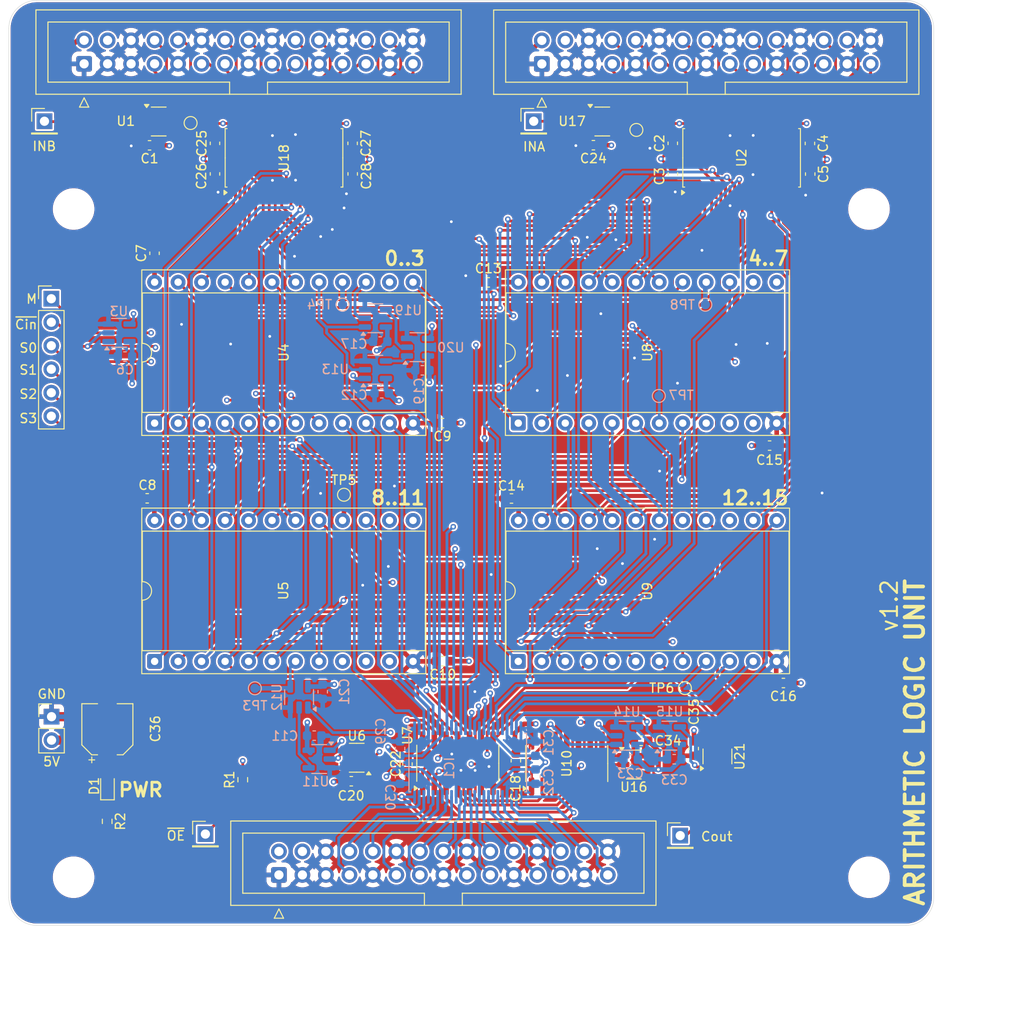
<source format=kicad_pcb>
(kicad_pcb (version 20241229) (generator "pcbnew") (generator_version "9.0")
  (title_block (date "2025-09-05") (rev "v1.2"))
  (layers (0 "F.Cu" signal) (4 "In1.Cu" signal) (6 "In2.Cu" signal) (2 "B.Cu" signal) (13 "F.Paste" user) (15 "B.Paste" user) (5 "F.SilkS" user "F.Silkscreen") (7 "B.SilkS" user "B.Silkscreen") (1 "F.Mask" user) (3 "B.Mask" user) (25 "Edge.Cuts" user))
  (net 0 "")
  (net 1 "GND")
  (net 2 "+5V")
  (net 3 "/Tri-State Buf16/A2")
  (net 4 "/Tri-State Buf16/B4")
  (net 5 "/Tri-State Buf16/B1")
  (net 6 "/Tri-State Buf16/A0")
  (net 7 "/Tri-State Buf16/B13")
  (net 8 "/Tri-State Buf16/A1")
  (net 9 "/Tri-State Buf16/A9")
  (net 10 "/Tri-State Buf16/B9")
  (net 11 "/Tri-State Buf16/A11")
  (net 12 "/Tri-State Buf16/B15")
  (net 13 "/Tri-State Buf16/A3")
  (net 14 "/Tri-State Buf16/A5")
  (net 15 "/Tri-State Buf16/B5")
  (net 16 "/Tri-State Buf16/B0")
  (net 17 "/Tri-State Buf16/B2")
  (net 18 "/Tri-State Buf16/A7")
  (net 19 "/INB")
  (net 20 "/alu16/X0")
  (net 21 "/alu16/Y0")
  (net 22 "Net-(U4-Cn+4)")
  (net 24 "/alu16/X2")
  (net 25 "/alu16/Y2")
  (net 26 "/alu16/Cny")
  (net 28 "Net-(U5-Cn+4)")
  (net 29 "/alu16/Y1")
  (net 31 "/alu16/Cnx")
  (net 32 "/alu16/X1")
  (net 33 "/alu16/Cout")
  (net 35 "/alu16/Cnz")
  (net 38 "/INA")
  (net 39 "Net-(U2-1CLK)")
  (net 40 "Net-(U18-1CLK)")
  (net 41 "/INB/DIN1")
  (net 42 "/INB/DIN5")
  (net 43 "/INB/DIN2")
  (net 44 "/INB/DIN8")
  (net 45 "/INB/DIN14")
  (net 46 "/INB/DIN0")
  (net 47 "/INB/DIN12")
  (net 48 "/INB/DIN15")
  (net 49 "/INB/DIN6")
  (net 50 "/INB/DIN3")
  (net 51 "/INB/DIN10")
  (net 52 "/INB/DIN4")
  (net 53 "/INB/DIN11")
  (net 54 "/INB/DIN13")
  (net 55 "/INB/DIN7")
  (net 56 "/INB/DIN9")
  (net 57 "/INB/DOUT6")
  (net 58 "/INB/DOUT13")
  (net 59 "/INB/DOUT4")
  (net 60 "/INB/DOUT15")
  (net 61 "/INB/DOUT0")
  (net 62 "/INB/DOUT3")
  (net 63 "/INB/DOUT1")
  (net 64 "/INB/DOUT8")
  (net 65 "/INB/DOUT10")
  (net 66 "/INB/DOUT2")
  (net 67 "/INB/DOUT12")
  (net 68 "/INB/DOUT14")
  (net 69 "/INB/DOUT7")
  (net 70 "/INB/DOUT9")
  (net 71 "/INB/DOUT5")
  (net 72 "/INB/DOUT11")
  (net 73 "/INA/DIN9")
  (net 74 "/INA/DIN1")
  (net 75 "/INA/DIN14")
  (net 76 "/INA/DIN7")
  (net 77 "/INA/DIN10")
  (net 78 "/INA/DIN8")
  (net 79 "/INA/DIN2")
  (net 80 "/INA/DIN12")
  (net 81 "/INA/DIN13")
  (net 82 "/INA/DIN0")
  (net 83 "/INA/DIN6")
  (net 84 "/INA/DIN5")
  (net 85 "/INA/DIN4")
  (net 86 "/INA/DIN15")
  (net 87 "/INA/DIN11")
  (net 88 "/INA/DIN3")
  (net 89 "/INA/DOUT3")
  (net 90 "/INA/DOUT13")
  (net 91 "/INA/DOUT4")
  (net 92 "/INA/DOUT15")
  (net 93 "/INA/DOUT12")
  (net 94 "/INA/DOUT6")
  (net 95 "/INA/DOUT1")
  (net 96 "/INA/DOUT14")
  (net 97 "/INA/DOUT9")
  (net 98 "/INA/DOUT10")
  (net 99 "/INA/DOUT11")
  (net 100 "/INA/DOUT8")
  (net 101 "/INA/DOUT2")
  (net 102 "/INA/DOUT7")
  (net 103 "/INA/DOUT0")
  (net 104 "/INA/DOUT5")
  (net 105 "/M")
  (net 106 "/S1")
  (net 107 "/S0")
  (net 108 "/S2")
  (net 109 "/~{Cin}")
  (net 110 "/S3")
  (net 111 "/Tri-State Buf16/B8")
  (net 112 "/bus_connector1/5V")
  (net 113 "/bus_connector1/CLK")
  (net 114 "Net-(U11-Pad2)")
  (net 115 "Net-(U11-Pad1)")
  (net 116 "Net-(U13-Pad4)")
  (net 117 "Net-(U10-Pad6)")
  (net 118 "Net-(U10-Pad8)")
  (net 119 "Net-(U11-Pad4)")
  (net 120 "/Tri-State Buf16/A15")
  (net 121 "/Tri-State Buf16/A12")
  (net 122 "/Tri-State Buf16/B12")
  (net 123 "/Tri-State Buf16/A6")
  (net 124 "/Tri-State Buf16/B6")
  (net 125 "/Tri-State Buf16/~{OE}")
  (net 126 "/Tri-State Buf16/B11")
  (net 127 "/Tri-State Buf16/A8")
  (net 128 "/Tri-State Buf16/A14")
  (net 129 "/Tri-State Buf16/A10")
  (net 130 "/Tri-State Buf16/B7")
  (net 131 "/Tri-State Buf16/B3")
  (net 132 "/Tri-State Buf16/B10")
  (net 133 "/Tri-State Buf16/A13")
  (net 134 "/Tri-State Buf16/A4")
  (net 135 "/Tri-State Buf16/B14")
  (net 136 "Net-(U19-Pad4)")
  (net 137 "Net-(U14-Pad4)")
  (net 138 "Net-(U8-Cn+4)")
  (net 139 "Net-(U15-Pad2)")
  (net 140 "Net-(U15-Pad4)")
  (net 141 "Net-(U16-Pad4)")
  (net 142 "Net-(U12-Pad1)")
  (net 143 "/bus_connector/CLK")
  (net 144 "/bus_connector2/CLK")
  (net 145 "/alu16/carry generator/Cin")
  (net 146 "Net-(D1-K)")
  (footprint "Capacitor_SMD:C_0603_1608Metric" (layer "F.Cu") (at 171.1766 32.755 -90)
    (property "Reference" "C28")
    (property "Value" "0.01uF" (hide yes))
  )
  (footprint "Resistor_SMD:R_0603_1608Metric" (layer "F.Cu") (at 144.63 102.76 -90)
    (property "Reference" "R2")
    (property "Value" "100")
  )
  (footprint "Capacitor_SMD:C_0603_1608Metric" (layer "F.Cu") (at 216.255 62.13)
    (property "Reference" "C15")
    (property "Value" "0.1uF" (hide yes))
  )
  (footprint "Package_DIP:DIP-24_W15.24mm_Socket" (layer "F.Cu") (at 149.76 85.46 90)
    (property "Reference" "U5")
    (property "Value" "74LS181")
  )
  (footprint "Capacitor_SMD:C_0603_1608Metric" (layer "F.Cu") (at 220.615 29.46 90)
    (property "Reference" "C4")
    (property "Value" "0.01uF" (hide yes))
  )
  (footprint "Connector_PinHeader_2.54mm:PinHeader_1x01_P2.54mm_Vertical" (layer "F.Cu") (at 155.25 104.135)
    (property "Reference" "J7" (hide yes))
    (property "Value" "Conn_01x01_Pin" (hide yes))
  )
  (footprint "Package_TO_SOT_SMD:SOT-23-5" (layer "F.Cu") (at 210.615 95.735 90)
    (property "Reference" "U21")
    (property "Value" "74AHCT1G02DBVR")
  )
  (footprint "Capacitor_SMD:C_0603_1608Metric" (layer "F.Cu") (at 205.785 29.445 90)
    (property "Reference" "C2")
    (property "Value" "0.01uF" (hide yes))
  )
  (footprint "TestPoint:TestPoint_Pad_D1.0mm" (layer "F.Cu") (at 201.85 28)
    (property "Reference" "TP1" (hide yes))
    (property "Value" "TestPoint" (hide yes))
  )
  (footprint "MountingHole:MountingHole_4mm" (layer "F.Cu") (at 141 36.55)
    (property "Reference" "H1" (hide yes))
    (property "Value" "MountingHole" (hide yes))
  )
  (footprint "MountingHole:MountingHole_4mm" (layer "F.Cu") (at 227 36.55)
    (property "Reference" "H2" (hide yes))
    (property "Value" "MountingHole" (hide yes))
  )
  (footprint "Capacitor_SMD:C_0603_1608Metric" (layer "F.Cu") (at 156.2866 29.45 90)
    (property "Reference" "C25")
    (property "Value" "0.01uF" (hide yes))
  )
  (footprint "Capacitor_SMD:C_0603_1608Metric" (layer "F.Cu") (at 149.2109 29.665 180)
    (property "Reference" "C1")
    (property "Value" "0.1uF" (hide yes))
  )
  (footprint "Package_DIP:DIP-24_W15.24mm_Socket" (layer "F.Cu") (at 149.76 59.7 90)
    (property "Reference" "U4")
    (property "Value" "74LS181")
  )
  (footprint "Capacitor_SMD:C_0603_1608Metric" (layer "F.Cu") (at 156.2866 32.755 -90)
    (property "Reference" "C26")
    (property "Value" "0.01uF" (hide yes))
  )
  (footprint "Capacitor_SMD:C_0603_1608Metric" (layer "F.Cu") (at 220.645 32.77 -90)
    (property "Reference" "C5")
    (property "Value" "0.01uF" (hide yes))
  )
  (footprint "MountingHole:MountingHole_4mm" (layer "F.Cu") (at 227 108.8)
    (property "Reference" "H4" (hide yes))
    (property "Value" "MountingHole" (hide yes))
  )
  (footprint "Package_TO_SOT_SMD:SOT-23-5" (layer "F.Cu") (at 198.1625 27.0875)
    (property "Reference" "U17")
    (property "Value" "74AHC1G08")
  )
  (footprint "Connector_PinHeader_2.54mm:PinHeader_1x01_P2.54mm_Vertical" (layer "F.Cu") (at 190.75 27.06)
    (property "Reference" "J5" (hide yes))
    (property "Value" "Conn_01x01_Pin" (hide yes))
  )
  (footprint "Capacitor_SMD:C_0603_1608Metric" (layer "F.Cu") (at 185.835 44.48 180)
    (property "Reference" "C13")
    (property "Value" "0.1uF" (hide yes))
  )
  (footprint "LED_SMD:LED_0603_1608Metric" (layer "F.Cu") (at 144.66 98.9425 90)
    (property "Reference" "D1")
    (property "Value" "LED")
  )
  (footprint "Capacitor_SMD:CP_Elec_5x5.3" (layer "F.Cu") (at 144.65 92.8 90)
    (property "Reference" "C36")
    (property "Value" "100uF")
  )
  (footprint "Connector_PinHeader_2.54mm:PinHeader_1x02_P2.54mm_Vertical" (layer "F.Cu") (at 138.615 91.44)
    (property "Reference" "J9" (hide yes))
    (property "Value" "Conn_01x02")
  )
  (footprint "TestPoint:TestPoint_Pad_D1.0mm" (layer "F.Cu") (at 207.095 88.35)
    (property "Reference" "TP6")
    (property "Value" "TestPoint" (hide yes))
  )
  (footprint "Capacitor_SMD:C_0603_1608Metric" (layer "F.Cu") (at 177.1 96.56 -90)
    (property "Reference" "C22")
    (property "Value" "0.1uF" (hide yes))
  )
  (footprint "Package_DIP:DIP-24_W15.24mm_Socket" (layer "F.Cu") (at 189.08 85.46 90)
    (property "Reference" "U9")
    (property "Value" "74LS181")
  )
  (footprint "Capacitor_SMD:C_0603_1608Metric" (layer "F.Cu") (at 180.915 85.44 180)
    (property "Reference" "C10")
    (property "Value" "0.1uF" (hide yes))
  )
  (footprint "Capacitor_SMD:C_0603_1608Metric" (layer "F.Cu") (at 171.1666 29.45 90)
    (property "Reference" "C27")
    (property "Value" "0.01uF" (hide yes))
  )
  (footprint "TestPoint:TestPoint_Pad_D1.0mm" (layer "F.Cu") (at 153.65 27.25)
    (property "Reference" "TP2" (hide yes))
    (property "Value" "TestPoint" (hide yes))
  )
  (footprint "Capacitor_SMD:C_0603_1608Metric" (layer "F.Cu") (at 171.025 98.42)
    (property "Reference" "C20")
    (property "Value" "0.1uF" (hide yes))
  )
  (footprint "Capacitor_SMD:C_0603_1608Metric" (layer "F.Cu") (at 180.885 59.7 180)
    (property "Reference" "C9")
    (property "Value" "0.1uF" (hide yes))
  )
  (footprint "Package_TO_SOT_SMD:SOT-23-5" (layer "F.Cu") (at 201.5725 96.615)
    (property "Reference" "U16")
    (property "Value" "74AHC1G32DBVR")
  )
  (footprint "Package_TO_SOT_SMD:SOT-23-5" (layer "F.Cu") (at 171.61 95.88 180)
    (property "Reference" "U6")
    (property "Value" "74AHCT1G08DBVR")
  )
  (footprint "Capacitor_SMD:C_0603_1608Metric" (layer "F.Cu") (at 188.82 96.205 -90)
    (property "Reference" "C18")
    (property "Value" "0.1uF" (hide yes))
  )
  (footprint "Capacitor_SMD:C_0603_1608Metric" (layer "F.Cu") (at 202.365 94.05 180)
    (property "Reference" "C34")
    (property "Value" "0.1uF" (hide yes))
  )
  (footprint "Capacitor_SMD:C_0603_1608Metric" (layer "F.Cu") (at 188.345 67.85 180)
    (property "Reference" "C14")
    (property "Value" "0.1uF" (hide yes))
  )
  (footprint "Capacitor_SMD:C_0603_1608Metric" (layer "F.Cu") (at 208.05 94.89 -90)
    (property "Reference" "C35")
    (property "Value" "0.1uF" (hide yes))
  )
  (footprint "Connector_IDC:IDC-Header_2x15_P2.54mm_Vertical" (layer "F.Cu") (at 142.1366 20.85 90)
    (property "Reference" "J3" (hide yes))
    (property "Value" "Conn_02x15_Odd_Even" (hide yes))
  )
  (footprint "Connector_IDC:IDC-Header_2x15_P2.54mm_Vertical" (layer "F.Cu") (at 191.6266 20.86 90)
    (property "Reference" "J2" (hide yes))
    (property "Value" "Conn_02x15_Odd_Even" (hide yes))
  )
  (footprint "TestPoint:TestPoint_Pad_D1.0mm" (layer "F.Cu") (at 170.235 67.445)
    (property "Reference" "TP5")
    (property "Value" "TestPoint" (hide yes))
  )
  (footprint "Capacitor_SMD:C_0603_1608Metric" (layer "F.Cu") (at 217.745 87.8 180)
    (property "Reference" "C16")
    (property "Value" "0.1uF" (hide yes))
  )
  (footprint "Connector_IDC:IDC-Header_2x15_P2.54mm_Vertical" (layer "F.Cu") (at 163.2 108.55 90)
    (property "Reference" "J4" (hide yes))
    (property "Value" "Conn_02x15_Odd_Even" (hide yes))
  )
  (footprint "Package_SO:SOIC-14_3.9x8.7mm_P1.27mm" (layer "F.Cu") (at 182.54 96.475 90)
    (property "Reference" "U7")
    (property "Value" "74HCT11")
  )
  (footprint "Capacitor_SMD:C_0603_1608Metric" (layer "F.Cu") (at 148.955 67.83 180)
    (property "Reference" "C8")
    (property "Value" "0.1uF" (hide yes))
  )
  (footprint "Package_SO:TSSOP-48_6.1x12.5mm_P0.5mm" (layer "F.Cu") (at 163.7491 31.0175 90)
    (property "Reference" "U18")
    (property "Value" "SN74AHCT16374DGGR")
  )
  (footprint "Connector_PinHeader_2.54mm:PinHeader_1x01_P2.54mm_Vertical" (layer "F.Cu") (at 206.59 104.3)
    (property "Reference" "J8" (hide yes))
    (property "Value" "Conn_01x01_Pin" (hide yes))
  )
  (footprint "Capacitor_SMD:C_0603_1608Metric" (layer "F.Cu") (at 205.8 32.76 -90)
    (property "Reference" "C3")
    (property "Value" "0.01uF" (hide yes))
  )
  (footprint "Capacitor_SMD:C_0603_1608Metric" (layer "F.Cu") (at 197.2 29.65 180)
    (property "Reference" "C24")
    (property "Value" "0.1uF" (hide yes))
  )
  (footprint "Connector_PinHeader_2.54mm:PinHeader_1x01_P2.54mm_Vertical" (layer "F.Cu") (at 137.84825 27.06)
    (property "Reference" "J6" (hide yes))
    (property "Value" "Conn_01x01_Pin" (hide yes))
  )
  (footprint "Package_SO:TSSOP-48_6.1x12.5mm_P0.5mm" (layer "F.Cu") (at 213.2291 31.0175 90)
    (property "Reference" "U2")
    (property "Value" "SN74AHCT16374DGGR")
  )
  (footprint "Package_TO_SOT_SMD:SOT-23-5" (layer "F.Cu") (at 150.2 27.0875)
    (property "Reference" "U1")
    (property "Value" "74AHC1G08")
  )
  (footprint "Resistor_SMD:R_0603_1608Metric" (layer "F.Cu") (at 159.29 98.255 90)
    (property "Reference" "R1")
    (property "Value" "1k")
  )
  (footprint "Package_DIP:DIP-24_W15.24mm_Socket" (layer "F.Cu") (at 189.08 59.7 90)
    (property "Reference" "U8")
    (property "Value" "74LS181")
  )
  (footprint "Package_SO:SOIC-14_3.9x8.7mm_P1.27mm" (layer "F.Cu") (at 194.32 96.505 90)
    (property "Reference" "U10")
    (property "Value" "74HCT21")
  )
  (footprint "Capacitor_SMD:C_0603_1608Metric" (layer "F.Cu") (at 149.75 41.335 90)
    (property "Reference" "C7")
    (property "Value" "0.1uF" (hide yes))
  )
  (footprint "MountingHole:MountingHole_4mm" (layer "F.Cu") (at 141 108.8)
    (property "Reference" "H3" (hide yes))
    (property "Value" "MountingHole" (hide yes))
  )
  (footprint "Connector_PinHeader_2.54mm:PinHeader_1x06_P2.54mm_Vertical" (layer "F.Cu") (at 138.59 46.25)
    (property "Reference" "J1" (hide yes))
    (property "Value" "Conn_01x06_Pin" (hide yes))
  )
  (footprint "Capacitor_SMD:C_0603_1608Metric" (layer "B.Cu") (at 190.94 97.92 -90)
    (property "Reference" "C32")
    (property "Value" "0.01uF" (hide yes))
  )
  (footprint "Capacitor_SMD:C_0603_1608Metric" (layer "B.Cu") (at 167.935 88.74 -90)
    (property "Reference" "C21")
    (property "Value" "0.1uF" (hide yes))
  )
  (footprint "Capacitor_SMD:C_0603_1608Metric" (layer "B.Cu") (at 201.235 96.065 180)
    (property "Reference" "C23")
    (property "Value" "0.1uF" (hide yes))
  )
  (footprint "Package_TO_SOT_SMD:SOT-23-5" (layer "B.Cu") (at 173.6325 53.93)
    (property "Reference" "U13")
    (property "Value" "74AHCT1G08DBVR")
  )
  (footprint "Capacitor_SMD:C_0603_1608Metric" (layer "B.Cu") (at 174.15 50.88 180)
    (property "Reference" "C17")
    (property "Value" "0.1uF" (hide yes))
  )
  (footprint "Capacitor_SMD:C_0603_1608Metric" (layer "B.Cu") (at 178.71 53.99 180)
    (property "Reference" "C19")
    (property "Value" "0.1uF" (hide yes))
  )
  (footprint "Package_TO_SOT_SMD:SOT-23-5" (layer "B.Cu") (at 178.18 51.49)
    (property "Reference" "U20")
    (property "Value" "74AHCT1G02DBVR")
  )
  (footprint "Capacitor_SMD:C_0603_1608Metric" (layer "B.Cu") (at 174.315 56.47 180)
    (property "Reference" "C12")
    (property "Value" "0.1uF" (hide yes))
  )
  (footprint "Capacitor_SMD:C_0603_1608Metric" (layer "B.Cu") (at 190.94 94.895 90)
    (property "Reference" "C31")
    (property "Value" "0.01uF" (hide yes))
  )
  (footprint "Package_TO_SOT_SMD:SOT-23-5" (layer "B.Cu") (at 167.55 96.02 180)
    (property "Reference" "U11")
    (property "Value" "74AHC1G32DBVR")
  )
  (footprint "Capacitor_SMD:C_0603_1608Metric" (layer "B.Cu") (at 205.94 96.04 180)
    (property "Reference" "C33")
    (property "Value" "0.1uF" (hide yes))
  )
  (footprint "TestPoint:TestPoint_Pad_D1.0mm" (layer "B.Cu") (at 170.08 46.89 180)
    (property "Reference" "TP4")
    (property "Value" "TestPoint" (hide yes))
  )
  (footprint "Package_TO_SOT_SMD:SOT-23-5" (layer "B.Cu") (at 165.38 89.32 90)
    (property "Reference" "U12")
    (property "Value" "74AHCT1G02DBVR")
  )
  (footprint "TestPoint:TestPoint_Pad_D1.0mm" (layer "B.Cu") (at 160.6 88.37 180)
    (property "Reference" "TP3")
    (property "Value" "TestPoint" (hide yes))
  )
  (footprint "Capacitor_SMD:C_0603_1608Metric" (layer "B.Cu") (at 167.015 93.49)
    (property "Reference" "C11")
    (property "Value" "0.1uF" (hide yes))
  )
  (footprint "TestPoint:TestPoint_Pad_D1.0mm" (layer "B.Cu") (at 204.275 56.765 180)
    (property "Reference" "TP7")
    (property "Value" "TestPoint" (hide yes))
  )
  (footprint "Capacitor_SMD:C_0603_1608Metric" (layer "B.Cu") (at 176.3 94.895 90)
    (property "Reference" "C29")
    (property "Value" "0.01uF" (hide yes))
  )
  (footprint "Package_TO_SOT_SMD:SOT-23-5" (layer "B.Cu") (at 145.91 49.94)
    (property "Reference" "U3")
    (property "Value" "74AHC1G04DBVR")
  )
  (footprint "Capacitor_SMD:C_0603_1608Metric" (layer "B.Cu") (at 176.3 97.92 -90)
    (property "Reference" "C30")
    (property "Value" "0.01uF" (hide yes))
  )
  (footprint "Capacitor_SMD:C_0603_1608Metric" (layer "B.Cu") (at 146.555 52.5 180)
    (property "Reference" "C6")
    (property "Value" "0.1uF" (hide yes))
  )
  (footprint "Package_SO:TSSOP-48_6.1x12.5mm_P0.5mm" (layer "B.Cu") (at 183.6175 96.4 -90)
    (property "Reference" "IC1")
    (property "Value" "SN74AHCT16245DGGR")
  )
  (footprint "Package_TO_SOT_SMD:SOT-23-5" (layer "B.Cu") (at 173.625 48.36)
    (property "Reference" "U19")
    (property "Value" "74AHCT1G08DBVR")
  )
  (footprint "Package_TO_SOT_SMD:SOT-23-5" (layer "B.Cu") (at 205.4175 93.495)
    (property "Reference" "U15")
    (property "Value" "74AHC1G32DBVR")
  )
  (footprint "Package_TO_SOT_SMD:SOT-23-5" (layer "B.Cu") (at 200.81 93.5)
    (property "Reference" "U14")
    (property "Value" "74AHCT1G08DBVR")
  )
  (footprint "TestPoint:TestPoint_Pad_D1.0mm" (layer "B.Cu") (at 209.305 46.895 180)
    (property "Reference" "TP8")
    (property "Value" "TestPoint" (hide yes))
  )
  (gr_arc (start 137 114) (mid 134.87868 113.12132) (end 134 111) (stroke (width 0.05)) (layer "Edge.Cuts"))
  (gr_arc (start 231 14) (mid 233.12132 14.87868) (end 234 17) (stroke (width 0.05)) (layer "Edge.Cuts"))
  (gr_line (start 137 14) (end 231 14) (stroke (width 0.05)) (layer "Edge.Cuts"))
  (gr_line (start 134 111) (end 134 17) (stroke (width 0.05)) (layer "Edge.Cuts"))
  (gr_arc (start 234 111) (mid 233.12132 113.12132) (end 231 114) (stroke (width 0.05)) (layer "Edge.Cuts"))
  (gr_line (start 231 114) (end 137 114) (stroke (width 0.05)) (layer "Edge.Cuts"))
  (gr_line (start 234 17) (end 234 111) (stroke (width 0.05)) (layer "Edge.Cuts"))
  (gr_arc (start 134 17) (mid 134.87868 14.87868) (end 137 14) (stroke (width 0.05)) (layer "Edge.Cuts"))
  (gr_text "GND" (at 137.01 89.58 0) (layer "F.SilkS") (effects (font (size 1 1) (thickness 0.153)) (justify left bottom)))
  (gr_text "Cout\n" (at 208.75 104.99 0) (layer "F.SilkS") (effects (font (size 1 1) (thickness 0.153)) (justify left bottom)))
  (gr_text "12..15\n" (at 210.912144 68.66 0) (layer "F.SilkS") (effects (font (size 1.5 1.5) (thickness 0.3) (bold yes)) (justify left bottom)))
  (gr_text "v1.2\n" (at 230.25 82.4 90) (layer "F.SilkS") (effects (font (size 1.8 1.8) (thickness 0.225)) (justify left bottom)))
  (gr_text "ARITHMETIC LOGIC UNIT" (at 233.12132 112.1 90) (layer "F.SilkS") (effects (font (size 2 2) (thickness 0.4) (bold yes)) (justify left bottom)))
  (gr_text "S2\n" (at 135.05 57.145 0) (layer "F.SilkS") (effects (font (size 1 1) (thickness 0.153)) (justify left bottom)))
  (gr_text "S1\n" (at 135.05 54.53 0) (layer "F.SilkS") (effects (font (size 1 1) (thickness 0.153)) (justify left bottom)))
  (gr_text "8..11" (at 173.020715 68.66 0) (layer "F.SilkS") (effects (font (size 1.5 1.5) (thickness 0.3) (bold yes)) (justify left bottom)))
  (gr_text "4..7" (at 213.769286 42.77 0) (layer "F.SilkS") (effects (font (size 1.5 1.5) (thickness 0.3) (bold yes)) (justify left bottom)))
  (gr_text "INA\n" (at 189.5 30.4 0) (layer "F.SilkS") (effects (font (size 1 1) (thickness 0.153)) (justify left bottom)))
  (gr_text "INB" (at 136.46825 30.35 0) (layer "F.SilkS") (effects (font (size 1 1) (thickness 0.153)) (justify left bottom)))
  (gr_text "~{Cin}\n" (at 134.57381 49.625 0) (layer "F.SilkS") (effects (font (size 1 1) (thickness 0.153)) (justify left bottom)))
  (gr_text "PWR\n\n" (at 145.7 102.64 0) (layer "F.SilkS") (effects (font (size 1.5 1.5) (thickness 0.3) (bold yes)) (justify left bottom)))
  (gr_text "0..3" (at 174.449286 42.77 0) (layer "F.SilkS") (effects (font (size 1.5 1.5) (thickness 0.3) (bold yes)) (justify left bottom)))
  (gr_text "~{OE}" (at 150.98 104.905 0) (layer "F.SilkS") (effects (font (size 1 1) (thickness 0.153)) (justify left bottom)))
  (gr_text "S0" (at 135.05 52.155 0) (layer "F.SilkS") (effects (font (size 1 1) (thickness 0.153)) (justify left bottom)))
  (gr_text "M" (at 135.79 46.865 0) (layer "F.SilkS") (effects (font (size 1 1) (thickness 0.153)) (justify left bottom)))
  (gr_text "S3\n" (at 135.05 59.775 0) (layer "F.SilkS") (effects (font (size 1 1) (thickness 0.153)) (justify left bottom)))
  (gr_text "5V" (at 137.62 96.89 0) (layer "F.SilkS") (effects (font (size 1 1) (thickness 0.153)) (justify left bottom)))
  (segment (start 217.02 62.12) (end 217.03 62.13) (width 0.5) (layer "F.Cu") (net 1))
  (segment (start 214.4791 27.305) (end 214.4791 28.5909) (width 0.3) (layer "F.Cu") (net 1))
  (segment (start 204.62 28.67) (end 203.31 29.98) (width 0.3) (layer "F.Cu") (net 1))
  (segment (start 217.477 28.0883) (end 217.477 27.315) (width 0.3) (layer "F.Cu") (net 1))
  (segment (start 211.565 96.29) (end 211.565 96.8725) (width 0.5) (layer "F.Cu") (net 1))
  (segment (start 217.477 33.768) (end 217.705 33.54) (width 0.3) (layer "F.Cu") (net 1))
  (segment (start 208.675 33.535) (end 208.977 33.837) (width 0.3) (layer "F.Cu") (net 1))
  (segment (start 214.4791 34.73) (end 214.4791 32.8491) (width 0.3) (layer "F.Cu") (net 1))
  (segment (start 185.06 44.48) (end 184.12 44.48) (width 0.5) (layer "F.Cu") (net 1))
  (segment (start 170.33 34.73) (end 170.5 34.9) (width 0.3) (layer "F.Cu") (net 1))
  (segment (start 205.7641 28.685) (end 208.475 28.685) (width 0.3) (layer "F.Cu") (net 1))
  (segment (start 143.81 91.44) (end 144.65 90.6) (width 1) (layer "F.Cu") (net 1))
  (segment (start 208.15 95.765) (end 211.04 95.765) (width 0.5) (layer "F.Cu") (net 1))
  (segment (start 162.4991 34.73) (end 162.4991 33.4509) (width 0.3) (layer "F.Cu") (net 1))
  (segment (start 148.3399 29.725) (end 148.4179 29.647) (width 0.5) (layer "F.Cu") (net 1))
  (segment (start 158.998 28.675) (end 159.499 28.1735) (width 0.3) (layer "F.Cu") (net 1))
  (segment (start 211.9791 36.1891) (end 211.98 36.19) (width 0.3) (layer "F.Cu") (net 1))
  (segment (start 206.05 34.7) (end 206.08 34.73) (width 0.3) (layer "F.Cu") (net 1))
  (segment (start 206.08 34.73) (end 207.4791 34.73) (width 0.3) (layer "F.Cu") (net 1))
  (segment (start 205.8 33.535) (end 208.675 33.535) (width 0.3) (layer "F.Cu") (net 1))
  (segment (start 162.4991 33.4509) (end 162.5 33.45) (width 0.3) (layer "F.Cu") (net 1))
  (segment (start 196.427 29.365) (end 196.297 29.495) (width 0.5) (layer "F.Cu") (net 1))
  (segment (start 205.764 28.685) (end 205.7641 28.685) (width 0.3) (layer "F.Cu") (net 1))
  (segment (start 167.999 34.73) (end 167.999 33.9567) (width 0.3) (layer "F.Cu") (net 1))
  (segment (start 138.615 91.44) (end 143.81 91.44) (width 1) (layer "F.Cu") (net 1))
  (segment (start 217.02 59.7) (end 217.02 62.12) (width 0.5) (layer "F.Cu") (net 1))
  (segment (start 197.0641 28.065) (end 196.9975 28.065) (width 0.5) (layer "F.Cu") (net 1))
  (segment (start 168.596 28.675) (end 167.999 28.0783) (width 0.3) (layer "F.Cu") (net 1))
  (segment (start 171.5374 98.1574) (end 171.8 98.42) (width 0.5) (layer "F.Cu") (net 1))
  (segment (start 211.9791 34.73) (end 211.9791 36.1891) (width 0.3) (layer "F.Cu") (net 1))
  (segment (start 177.7 85.46) (end 180.04 85.46) (width 0.5) (layer "F.Cu") (net 1))
  (segment (start 201.59 94.05) (end 201.59 97.072499) (width 0.5) (layer "F.Cu") (net 1))
  (segment (start 171.5374 95.477601) (end 171.5374 98.1574) (width 0.5) (layer "F.Cu") (net 1))
  (segment (start 164.9991 27.305) (end 164.9991 28.4909) (width 0.3) (layer "F.Cu") (net 1))
  (segment (start 169.4991 34.73) (end 170.33 34.73) (width 0.3) (layer "F.Cu") (net 1))
  (segment (start 196.9975 28.065) (end 196.425 28.6375) (width 0.5) (layer "F.Cu") (net 1))
  (segment (start 208.977 28.1835) (end 208.977 27.315) (width 0.3) (layer "F.Cu") (net 1))
  (segment (start 172.7475 94.93) (end 172.085001 94.93) (width 0.5) (layer "F.Cu") (net 1))
  (segment (start 156.287 28.675) (end 158.998 28.675) (width 0.3) (layer "F.Cu") (net 1))
  (segment (start 218.073 28.685) (end 217.477 28.0883) (width 0.3) (layer "F.Cu") (net 1))
  (segment (start 156.287 33.53) (end 159.072 33.53) (width 0.3) (layer "F.Cu") (net 1))
  (segment (start 171.1666 28.675) (end 168.596 28.675) (width 0.3) (layer "F.Cu") (net 1))
  (segment (start 216.97 85.51) (end 217.02 85.46) (width 0.5) (layer "F.Cu") (net 1))
  (segment (start 177.7 59.7) (end 180.11 59.7) (width 0.5) (layer "F.Cu") (net 1))
  (segment (start 217.477 34.74) (end 217.477 33.768) (width 0.3) (layer "F.Cu") (net 1))
  (segment (start 147.2309 29.725) (end 148.3399 29.725) (width 0.5) (layer "F.Cu") (net 1))
  (segment (start 220.15 35.05) (end 219.9 35.05) (width 0.3) (layer "F.Cu") (net 1))
  (segment (start 184.12 44.48) (end 183.4 43.76) (width 0.5) (layer "F.Cu") (net 1))
  (segment (start 162.4991 27.305) (end 162.4991 28.6091) (width 0.3) (layer "F.Cu") (net 1))
  (segment (start 164.9991 34.73) (end 164.9991 33.4309) (width 0.3) (layer "F.Cu") (net 1))
  (segment (start 216.97 87.8) (end 216.97 85.51) (width 0.5) (layer "F.Cu") (net 1))
  (segment (start 208.977 33.837) (end 208.977 34.74) (width 0.3) (layer "F.Cu") (net 1))
  (segment (start 156.62 34.73) (end 157.9991 34.73) (width 0.3) (layer "F.Cu") (net 1))
  (segment (start 168.426 33.53) (end 171.1766 33.53) (width 0.3) (layer "F.Cu") (net 1))
  (segment (start 208.05 95.665) (end 208.15 95.765) (width 0.5) (layer "F.Cu") (net 1))
  (segment (start 171.167 28.675) (end 171.1666 28.675) (width 0.3) (layer "F.Cu") (net 1))
  (segment (start 167.999 28.0783) (end 167.999 27.305) (width 0.3) (layer "F.Cu") (net 1))
  (segment (start 180.04 85.46) (end 180.06 85.44) (width 0.5) (layer "F.Cu") (net 1))
  (segment (start 201.097499 97.565) (end 200.435 97.565) (width 0.5) (layer "F.Cu") (net 1))
  (segment (start 167.999 33.9567) (end 168.426 33.53) (width 0.3) (layer "F.Cu") (net 1))
  (segment (start 220.644 28.685) (end 218.073 28.685) (width 0.3) (layer "F.Cu") (net 1))
  (segment (start 171.1766 33.53) (end 171.177 33.53) (width 0.3) (layer "F.Cu") (net 1))
  (segment (start 159.499 33.9567) (end 159.499 34.73) (width 0.3) (layer "F.Cu") (net 1))
  (segment (start 148.4179 28.7321) (end 149.0625 28.0875) (width 0.5) (layer "F.Cu") (net 1))
  (segment (start 159.072 33.53) (end 159.499 33.9567) (width 0.3) (layer "F.Cu") (net 1))
  (segment (start 159.499 28.1735) (end 159.499 27.305) (width 0.3) (layer "F.Cu") (net 1))
  (segment (start 172.085001 94.93) (end 171.5374 95.477601) (width 0.5) (layer "F.Cu") (net 1))
  (segment (start 214.4791 28.5909) (end 214.46 28.61) (width 0.3) (layer "F.Cu") (net 1))
  (segment (start 211.04 95.765) (end 211.565 96.29) (width 0.5) (layer "F.Cu") (net 1))
  (segment (start 196.425 29.65) (end 195.35 29.65) (width 0.5) (layer "F.Cu") (net 1))
  (segment (start 219.6 34.75) (end 218.9991 34.75) (width 0.3) (layer "F.Cu") (net 1))
  (segment (start 214.4791 32.8491) (end 214.46 32.83) (width 0.3) (layer "F.Cu") (net 1))
  (segment (start 164.9991 28.4909) (end 164.99 28.5) (width 0.3) (layer "F.Cu") (net 1))
  (segment (start 164.9991 33.4309) (end 165 33.43) (width 0.3) (layer "F.Cu") (net 1))
  (segment (start 201.59 97.072499) (end 201.097499 97.565) (width 0.5) (layer "F.Cu") (net 1))
  (segment (start 148.4179 29.647) (end 148.4179 28.7321) (width 0.5) (layer "F.Cu") (net 1))
  (segment (start 217.705 33.54) (end 220.654 33.54) (width 0.3) (layer "F.Cu") (net 1))
  (segment (start 195.35 29.65) (end 195.305 29.695) (width 0.5) (layer "F.Cu") (net 1))
  (segment (start 149.0625 28.0875) (end 149.0625 28.0375) (width 0.5) (layer "F.Cu") (net 1))
  (segment (start 205.785 28.67) (end 204.62 28.67) (width 0.3) (layer "F.Cu") (net 1))
  (segment (start 218.9991 34.75) (end 218.9791 34.73) (width 0.3) (layer "F.Cu") (net 1))
  (segment (start 196.425 28.6375) (end 196.425 29.65) (width 0.5) (layer "F.Cu") (net 1))
  (segment (start 219.9 35.05) (end 219.6 34.75) (width 0.3) (layer "F.Cu") (net 1))
  (segment (start 208.475 28.685) (end 208.977 28.1835) (width 0.3) (layer "F.Cu") (net 1))
  (segment (start 211.9791 28.61) (end 211.9791 27.305) (width 0.3) (layer "F.Cu") (net 1))
  (via (at 147.2309 29.725) (size 0.6) (drill 0.3) (layers "F.Cu" "B.Cu") (net 1))
  (via (at 184.385 88.73) (size 0.6) (drill 0.3) (layers "F.Cu" "B.Cu") (net 1))
  (via (at 199.63 39.87) (size 0.6) (drill 0.3) (layers "F.Cu" "B.Cu") (net 1))
  (via (at 170.5 34.9) (size 0.6) (drill 0.3) (layers "F.Cu" "B.Cu") (net 1))
  (via (at 157.98 51.15) (size 0.6) (drill 0.3) (layers "F.Cu" "B.Cu") (net 1))
  (via (at 167.715 39.525) (size 0.6) (drill 0.3) (layers "F.Cu" "B.Cu") (net 1))
  (via (at 208.94 41.015) (size 0.6) (drill 0.3) (layers "F.Cu" "B.Cu") (net 1))
  (via (at 204.36 64.885) (size 0.6) (drill 0.3) (layers "F.Cu" "B.Cu") (net 1))
  (via (at 162.5 33.45) (size 0.6) (drill 0.3) (layers "F.Cu" "B.Cu") (net 1))
  (via (at 175.03 75.195) (size 0.6) (drill 0.3) (layers "F.Cu" "B.Cu") (net 1))
  (via (at 181.84 37.92) (size 0.6) (drill 0.3) (layers "F.Cu" "B.Cu") (net 1))
  (via (at 167.705 67.295) (size 0.6) (drill 0.3) (layers "F.Cu" "B.Cu") (net 1))
  (via (at 211.9791 28.61) (size 0.6) (drill 0.3) (layers "F.Cu" "B.Cu") (net 1))
  (via (at 194.395 54.55) (size 0.6) (drill 0.3) (layers "F.Cu" "B.Cu") (net 1))
  (via (at 198.01 47.87) (size 0.6) (drill 0.3) (layers "F.Cu" "B.Cu") (net 1))
  (via (at 172.26 77.225) (size 0.6) (drill 0.3) (layers "F.Cu" "B.Cu") (net 1))
  (via (at 203.31 29.98) (size 0.6) (drill 0.3) (layers "F.Cu" "B.Cu") (net 1))
  (via (at 181.89 95.48) (size 0.6) (drill 0.3) (layers "F.Cu" "B.Cu") (net 1))
  (via (at 220.15 35.05) (size 0.6) (drill 0.3) (layers "F.Cu" "B.Cu") (net 1))
  (via (at 182.884513 97.24259) (size 0.6) (drill 0.3) (layers "F.Cu" "B.Cu") (net 1))
  (via (at 156.62 34.73) (size 0.6) (drill 0.3) (layers "F.Cu" "B.Cu") (net 1))
  (via (at 212.63 51.195) (size 0.6) (drill 0.3) (layers "F.Cu" "B.Cu") (net 1))
  (via (at 186.15 76.07) (size 0.6) (drill 0.3) (layers "F.Cu" "B.Cu") (net 1))
  (via (at 206.295 55.38) (size 0.6) (drill 0.3) (layers "F.Cu" "B.Cu") (net 1))
  (via (at 203.82 72.255) (size 0.6) (drill 0.3) (layers "F.Cu" "B.Cu") (net 1))
  (via (at 206.05 34.7) (size 0.6) (drill 0.3) (layers "F.Cu" "B.Cu") (net 1))
  (via (at 162.21 50.32) (size 0.6) (drill 0.3) (layers "F.Cu" "B.Cu") (net 1))
  (via (at 191.135 56.17) (size 0.6) (drill 0.3) (layers "F.Cu" "B.Cu") (net 1))
  (via (at 195.305 29.695) (size 0.6) (drill 0.3) (layers "F.Cu" "B.Cu") (net 1))
  (via (at 185.91 96.83) (size 0.6) (drill 0.3) (layers "F.Cu" "B.Cu") (net 1))
  (via (at 175.69 66.5) (size 0.6) (drill 0.3) (layers "F.Cu" "B.Cu") (net 1))
  (via (at 216 51.08) (size 0.6) (drill 0.3) (layers "F.Cu" "B.Cu") (net 1))
  (via (at 183.4 43.76) (size 0.6) (drill 0.3) (layers "F.Cu" "B.Cu") (net 1))
  (via (at 165 33.43) (size 0.6) (drill 0.3) (layers "F.Cu" "B.Cu") (net 1))
  (via (at 164.885 41.66) (size 0.6) (drill 0.3) (layers "F.Cu" "B.Cu") (net 1))
  (via (at 196.54 39.605) (size 0.6) (drill 0.3) (layers "F.Cu" "B.Cu") (net 1))
  (via (at 154.425 65.925) (size 0.6) (drill 0.3) (layers "F.Cu" "B.Cu") (net 1))
  (via (at 162.4991 28.6091) (size 0.6) (drill 0.3) (layers "F.Cu" "B.Cu") (net 1))
  (via (at 184.4124 97.25) (size 0.6) (drill 0.3) (layers "F.Cu" "B.Cu") (net 1))
  (via (at 214.4791 28.5909) (size 0.6) (drill 0.3) (layers "F.Cu" "B.Cu") (net 1))
  (via (at 200.345 74.885) (size 0.6) (drill 0.3) (layers "F.Cu" "B.Cu") (net 1))
  (via (at 164.99 28.5) (size 0.6) (drill 0.3) (layers "F.Cu" "B.Cu") (net 1))
  (via (at 187.16 53.53) (size 0.6) (drill 0.3) (layers "F.Cu" "B.Cu") (net 1))
  (via (at 221.93 67.255) (size 0.6) (drill 0.3) (layers "F.Cu" "B.Cu") (net 1))
  (via (at 170.245 36.435) (size 0.6) (drill 0.3) (layers "F.Cu" "B.Cu") (net 1))
  (via (at 214.46 32.83) (size 0.6) (drill 0.3) (layers "F.Cu" "B.Cu") (net 1))
  (via (at 152.67 49.02) (size 0.6) (drill 0.3) (layers "F.Cu" "B.Cu") (net 1))
  (via (at 201.64 52.655) (size 0.6) (drill 0.3) (layers "F.Cu" "B.Cu") (net 1))
  (via (at 197.615 73.275) (size 0.6) (drill 0.3) (layers "F.Cu" "B.Cu") (net 1))
  (via (at 168.97 38.76) (size 0.6) (drill 0.3) (layers "F.Cu" "B.Cu") (net 1))
  (via (at 211.98 36.19) (size 0.6) (drill 0.3) (layers "F.Cu" "B.Cu") (net 1))
  (segment (start 173.625 50.63) (end 173.375 50.88) (width 0.5) (layer "B.Cu") (net 1))
  (segment (start 173.56 56.45) (end 173.54 56.47) (width 0.5) (layer "B.Cu") (net 1))
  (segment (start 187.8675 93.460804) (end 188.526696 94.12) (width 0.3) (layer "B.Cu") (net 1))
  (segment (start 167.6674 89.2474) (end 167.935 89.515) (width 0.5) (layer "B.Cu") (net 1))
  (segment (start 145.9826 49.372968) (end 145.9826 52.2974) (width 0.5) (layer "B.Cu") (net 1))
  (segment (start 178.1074 51.107032) (end 177.540368 50.54) (width 0.5) (layer "B.Cu") (net 1))
  (segment (start 178.723304 98.695) (end 179.3675 99.339196) (width 0.3) (layer "B.Cu") (net 1))
  (segment (start 187.8675 99.339196) (end 188.511696 98.695) (width 0.3) (layer "B.Cu") (net 1))
  (segment (start 145.599632 48.99) (end 145.9826 49.372968) (width 0.5) (layer "B.Cu") (net 1))
  (segment (start 179.3675 99.339196) (end 179.3675 100.1125) (width 0.3) (layer "B.Cu") (net 1))
  (segment (start 182.884513 97.24259) (end 182.3675 97.759603) (width 0.3) (layer "B.Cu") (net 1))
  (segment (start 177.7325 92.6875) (end 176.3 94.12) (width 0.3) (layer "B.Cu") (net 1))
  (segment (start 172.4875 47.41) (end 173.149999 47.41) (width 0.5) (layer "B.Cu") (net 1))
  (segment (start 144.7725 48.99) (end 145.599632 48.99) (width 0.5) (layer "B.Cu") (net 1))
  (segment (start 176.3 94.12) (end 178.708304 94.12) (width 0.3) (layer "B.Cu") (net 1))
  (segment (start 181.89 95.48) (end 182.3675 95.0025) (width 0.3) (layer "B.Cu") (net 1))
  (segment (start 200.81 95.715) (end 200.46 96.065) (width 0.5) (layer "B.Cu") (net 1))
  (segment (start 184.8675 95.7875) (end 184.8675 92.6875) (width 0.3) (layer "B.Cu") (net 1))
  (segment (start 178.1074 53.8176) (end 178.1074 51.107032) (width 0.5) (layer "B.Cu") (net 1))
  (segment (start 189.3675 92.6875) (end 189.5075 92.6875) (width 0.3) (layer "B.Cu") (net 1))
  (segment (start 173.149999 47.41) (end 173.625 47.885001) (width 0.5) (layer "B.Cu") (net 1))
  (segment (start 176.3 98.695) (end 178.723304 98.695) (width 0.3) (layer "B.Cu") (net 1))
  (segment (start 167.79 93.49) (end 167.6226 93.6574) (width 0.5) (layer "B.Cu") (net 1))
  (segment (start 178.708304 94.12) (end 179.3675 93.460804) (width 0.3) (layer "B.Cu") (net 1))
  (segment (start 199.6725 92.55) (end 200.334999 92.55) (width 0.5) (layer "B.Cu") (net 1))
  (segment (start 167.6226 96.402968) (end 168.189632 96.97) (width 0.5) (layer "B.Cu") (net 1))
  (segment (start 177.935 53.99) (end 178.1074 53.8176) (width 0.5) (layer "B.Cu") (net 1))
  (segment (start 145.9826 52.2974) (end 145.78 52.5) (width 0.5) (layer "B.Cu") (net 1))
  (segment (start 179.3675 93.460804) (end 179.3675 92.6875) (width 0.3) (layer "B.Cu") (net 1))
  (segment (start 167.6226 93.6574) (end 167.6226 96.402968) (width 0.5) (layer "B.Cu") (net 1))
  (segment (start 173.625 47.885001) (end 173.625 50.63) (width 0.5) (layer "B.Cu") (net 1))
  (segment (start 204.777868 92.545) (end 204.28 92.545) (width 0.5) (layer "B.Cu") (net 1))
  (segment (start 182.3675 95.0025) (end 182.3675 92.6875) (width 0.3) (layer "B.Cu") (net 1))
  (segment (start 188.526696 94.12) (end 190.94 94.12) (width 0.3) (layer "B.Cu") (net 1))
  (segment (start 173.56 53.382501) (end 173.56 56.45) (width 0.5) (layer "B.Cu") (net 1))
  (segment (start 164.977601 89.2474) (end 167.6674 89.2474) (width 0.5) (layer "B.Cu") (net 1))
  (segment (start 172.495 52.98) (end 173.157499 52.98) (width 0.5) (layer "B.Cu") (net 1))
  (segment (start 205.3449 93.112032) (end 204.777868 92.545) (width 0.5) (layer "B.Cu") (net 1))
  (segment (start 185.91 96.83) (end 184.8675 95.7875) (width 0.3) (layer "B.Cu") (net 1))
  (segment (start 184.8675 97.7051) (end 184.8675 100.1125) (width 0.3) (layer "B.Cu") (net 1))
  (segment (start 187.8675 92.6875) (end 187.8675 93.460804) (width 0.3) (layer "B.Cu") (net 1))
  (segment (start 168.189632 96.97) (end 168.6875 96.97) (width 0.5) (layer "B.Cu") (net 1))
  (segment (start 189.5075 92.6875) (end 190.94 94.12) (width 0.3) (layer "B.Cu") (net 1))
  (segment (start 200.334999 92.55) (end 200.81 93.025001) (width 0.5) (layer "B.Cu") (net 1))
  (segment (start 184.4124 97.25) (end 184.8675 97.7051) (width 0.3) (layer "B.Cu") (net 1))
  (segment (start 164.43 90.4575) (end 164.43 89.795001) (width 0.5) (layer "B.Cu") (net 1))
  (segment (start 164.43 89.795001) (end 164.977601 89.2474) (width 0.5) (layer "B.Cu") (net 1))
  (segment (start 187.8675 100.1125) (end 187.8675 99.339196) (width 0.3) (layer "B.Cu") (net 1))
  (segment (start 200.81 93.025001) (end 200.81 95.715) (width 0.5) (layer "B.Cu") (net 1))
  (segment (start 188.511696 98.695) (end 190.94 98.695) (width 0.3) (layer "B.Cu") (net 1))
  (segment (start 177.8675 92.6875) (end 177.7325 92.6875) (width 0.3) (layer "B.Cu") (net 1))
  (segment (start 177.540368 50.54) (end 177.0425 50.54) (width 0.5) (layer "B.Cu") (net 1))
  (segment (start 173.157499 52.98) (end 173.56 53.382501) (width 0.5) (layer "B.Cu") (net 1))
  (segment (start 182.3675 97.759603) (end 182.3675 100.1125) (width 0.3) (layer "B.Cu") (net 1))
  (segment (start 205.3449 95.8601) (end 205.3449 93.112032) (width 0.5) (layer "B.Cu") (net 1))
  (segment (start 205.165 96.04) (end 205.3449 95.8601) (width 0.5) (layer "B.Cu") (net 1))
  (segment (start 222.469 31.185) (end 221.664 31.99) (width 0.3) (layer "F.Cu") (net 2))
  (segment (start 220.6441 30.235) (end 218.028 30.235) (width 0.3) (layer "F.Cu") (net 2))
  (segment (start 221.529 30.235) (end 220.6441 30.235) (width 0.3) (layer "F.Cu") (net 2))
  (segment (start 208.08 92.93) (end 208.08 94.085) (width 0.5) (layer "F.Cu") (net 2))
  (segment (start 177.1 95.785) (end 177.1 95.76) (width 0.5) (layer "F.Cu") (net 2))
  (segment (start 160.999 28.1735) (end 160.999 27.305) (width 0.3) (layer "F.Cu") (net 2))
  (segment (start 156.2866 31.98) (end 159.022 31.98) (width 0.3) (layer "F.Cu") (net 2))
  (segment (start 169.105 98.49) (end 169.19 98.405) (width 0.5) (layer "F.Cu") (net 2))
  (segment (start 177.1 95.76) (end 178.73 94.13) (width 0.5) (layer "F.Cu") (net 2))
  (segment (start 222.469 31.185) (end 222.474 31.18) (width 0.3) (layer "F.Cu") (net 2))
  (segment (start 155.027 31.12) (end 155.887 31.98) (width 0.3) (layer "F.Cu") (net 2))
  (segment (start 210.477 28.1835) (end 210.477 27.315) (width 0.3) (layer "F.Cu") (net 2))
  (segment (start 172.997 31.17) (end 172.052 30.225) (width 0.3) (layer "F.Cu") (net 2))
  (segment (start 204.504 31.13) (end 205.364 31.99) (width 0.3) (layer "F.Cu") (net 2))
  (segment (start 177.1 95.785) (end 176.065 95.785) (width 0.5) (layer "F.Cu") (net 2))
  (segment (start 215.977 33.843) (end 215.977 34.74) (width 0.3) (layer "F.Cu") (net 2))
  (segment (start 181.61 85.44) (end 183.75 85.44) (width 0.5) (layer "F.Cu") (net 2))
  (segment (start 166.499 28.1735) (end 166.499 27.305) (width 0.3) (layer "F.Cu") (net 2))
  (segment (start 166.499 33.9567) (end 166.499 34.73) (width 0.3) (layer "F.Cu") (net 2))
  (segment (start 144.65 98.145) (end 144.66 98.155) (width 1) (layer "F.Cu") (net 2))
  (segment (start 155.922 30.225) (end 156.2866 30.225) (width 0.3) (layer "F.Cu") (net 2))
  (segment (start 172.992 31.175) (end 172.187 31.98) (width 0.3) (layer "F.Cu") (net 2))
  (segment (start 171.1666 30.225) (end 168.551 30.225) (width 0.3) (layer "F.Cu") (net 2))
  (segment (start 181.66 59.7) (end 182.86 59.7) (width 0.5) (layer "F.Cu") (net 2))
  (segment (start 188.72 93.21) (end 188.72 95.435) (width 0.5) (layer "F.Cu") (net 2))
  (segment (start 176.065 95.785) (end 175 94.72) (width 0.5) (layer "F.Cu") (net 2))
  (segment (start 204.24 97.1424) (end 204.2274 97.155) (width 0.5) (layer "F.Cu") (net 2))
  (segment (start 208.425 30.235) (end 210.477 28.1835) (width 0.3) (layer "F.Cu") (net 2))
  (segment (start 189.71 92.22) (end 188.72 93.21) (width 0.5) (layer "F.Cu") (net 2))
  (segment (start 159.29 97.43) (end 159.29 96.2) (width 0.3) (layer "F.Cu") (net 2))
  (segment (start 151.3375 26.1375) (end 151.3375 26.1875) (width 0.5) (layer "F.Cu") (net 2))
  (segment (start 156.2866 30.225) (end 158.948 30.225) (width 0.3) (layer "F.Cu") (net 2))
  (segment (start 149.73 67.83) (end 149.73 70.19) (width 0.5) (layer "F.Cu") (net 2))
  (segment (start 155.027 31.12) (end 155.922 30.225) (width 0.3) (layer "F.Cu") (net 2))
  (segment (start 198.14 27.3641) (end 199.3 26.2041) (width 0.5) (layer "F.Cu") (net 2))
  (segment (start 189.12 70.18) (end 189.08 70.22) (width 0.5) (layer "F.Cu") (net 2))
  (segment (start 188.815 95.435) (end 190.22 94.03) (width 0.5) (layer "F.Cu") (net 2))
  (segment (start 160.999 33.9567) (end 160.999 34.73) (width 0.3) (layer "F.Cu") (net 2))
  (segment (start 208.08 94.085) (end 208.065 94.1) (width 0.5) (layer "F.Cu") (net 2))
  (segment (start 151.3459 29.7) (end 151.2079 29.7) (width 0.5) (layer "F.Cu") (net 2))
  (segment (start 215.48 62.13) (end 214.3 62.13) (width 0.5) (layer "F.Cu") (net 2))
  (segment (start 190.97 92.22) (end 189.71 92.22) (width 0.5) (layer "F.Cu") (net 2))
  (segment (start 202.71 94.48) (end 203.14 94.05) (width 0.5) (layer "F.Cu") (net 2))
  (segment (start 198.14 29.2016) (end 198.14 27.3641) (width 0.5) (layer "F.Cu") (net 2))
  (segment (start 221.664 31.99) (end 217.83 31.99) (width 0.3) (layer "F.Cu") (net 2))
  (segment (start 172.052 30.225) (end 171.1666 30.225) (width 0.3) (layer "F.Cu") (net 2))
  (segment (start 199.3 26.2041) (end 199.3 26.1375) (width 0.5) (layer "F.Cu") (net 2))
  (segment (start 189.08 44.46) (end 186.63 44.46) (width 0.5) (layer "F.Cu") (net 2))
  (segment (start 197.979 29.3626) (end 198.14 29.2016) (width 0.5) (layer "F.Cu") (net 2))
  (segment (start 170.4725 98.1975) (end 170.4725 96.83) (width 0.5) (layer "F.Cu") (net 2))
  (segment (start 143.63 93.98) (end 144.65 95) (width 1) (layer "F.Cu") (net 2))
  (segment (start 168.551 30.225) (end 166.499 28.1735) (width 0.3) (layer "F.Cu") (net 2))
  (segment (start 208.58 31.99) (end 210.477 33.887) (width 0.3) (layer "F.Cu") (net 2))
  (segment (start 172.187 31.98) (end 171.1766 31.98) (width 0.3) (layer "F.Cu") (net 2))
  (segment (start 205.364 31.99) (end 208.58 31.99) (width 0.3) (layer "F.Cu") (net 2))
  (segment (start 172.992 31.175) (end 172.997 31.17) (width 0.3) (layer "F.Cu") (net 2))
  (segment (start 188.72 95.435) (end 188.815 95.435) (width 0.5) (layer "F.Cu") (net 2))
  (segment (start 204.504 31.13) (end 205.399 30.235) (width 0.3) (layer "F.Cu") (net 2))
  (segment (start 151.3459 29.7) (end 151.3109 29.665) (width 0.5) (layer "F.Cu") (net 2))
  (segment (start 171.1766 31.98) (end 168.476 31.98) (width 0.3) (layer "F.Cu") (net 2))
  (segment (start 199.135 29.65) (end 197.975 29.65) (width 0.5) (layer "F.Cu") (net 2))
  (segment (start 209.1675 94.1) (end 209.665 94.5975) (width 0.5) (layer "F.Cu") (net 2))
  (segment (start 186.63 44.46) (end 186.61 44.48) (width 0.5) (layer "F.Cu") (net 2))
  (segment (start 170.25 98.42) (end 170.4725 98.1975) (width 0.5) (layer "F.Cu") (net 2))
  (segment (start 149.75 42.11) (end 149.75 44.45) (width 0.5) (layer "F.Cu") (net 2))
  (segment (start 222.474 31.18) (end 221.529 30.235) (width 0.3) (layer "F.Cu") (net 2))
  (segment (start 168.476 31.98) (end 166.499 33.9567) (width 0.3) (layer "F.Cu") (net 2))
  (segment (start 208.065 94.1) (end 209.1675 94.1) (width 0.5) (layer "F.Cu") (net 2))
  (segment (start 215.977 28.1835) (end 215.977 27.315) (width 0.3) (layer "F.Cu") (net 2))
  (segment (start 205.7641 30.235) (end 208.425 30.235) (width 0.3) (layer "F.Cu") (net 2))
  (segment (start 197.975 29.367) (end 197.975 29.65) (width 0.5) (layer "F.Cu") (net 2))
  (segment (start 170.235 98.405) (end 170.25 98.42) (width 0.5) (layer "F.Cu") (net 2))
  (segment (start 158.948 30.225) (end 160.999 28.1735) (width 0.3) (layer "F.Cu") (net 2))
  (segment (start 144.65 95) (end 144.65 98.145) (width 1) (layer "F.Cu") (net 2))
  (segment (start 199.15 29.665) (end 199.135 29.65) (width 0.5) (layer "F.Cu") (net 2))
  (segment (start 169.19 98.405) (end 170.235 98.405) (width 0.5) (layer "F.Cu") (net 2))
  (segment (start 218.52 87.8) (end 219.65 87.8) (width 0.5) (layer "F.Cu") (net 2))
  (segment (start 149.75 44.45) (end 149.76 44.46) (width 0.5) (layer "F.Cu") (net 2))
  (segment (start 190.22 94.03) (end 190.51 94.03) (width 0.5) (layer "F.Cu") (net 2))
  (segment (start 210.477 33.887) (end 210.477 34.74) (width 0.3) (layer "F.Cu") (net 2))
  (segment (start 149.73 70.19) (end 149.76 70.22) (width 0.5) (layer "F.Cu") (net 2))
  (segment (start 197.977 29.365) (end 197.975 29.367) (width 0.5) (layer "F.Cu") (net 2))
  (segment (start 203.14 94.05) (end 204.24 95.15) (width 0.5) (layer "F.Cu") (net 2))
  (segment (start 151.3375 26.1875) (end 150.25 27.275) (width 0.5) (layer "F.Cu") (net 2))
  (segment (start 138.615 93.98) (end 143.63 93.98) (width 1) (layer "F.Cu") (net 2))
  (segment (start 178.73 94.13) (end 178.73 94) (width 0.5) (layer "F.Cu") (net 2))
  (segment (start 217.83 31.99) (end 215.977 33.843) (width 0.3) (layer "F.Cu") (net 2))
  (segment (start 150.25 27.275) (end 150.25 29.4009) (width 0.5) (layer "F.Cu") (net 2))
  (segment (start 182.86 59.7) (end 182.88 59.68) (width 0.5) (layer "F.Cu") (net 2))
  (segment (start 149.9859 29.665) (end 149.9649 29.644) (width 0.5) (layer "F.Cu") (net 2))
  (segment (start 159.022 31.98) (end 160.999 33.9567) (width 0.3) (layer "F.Cu") (net 2))
  (segment (start 150.25 29.4009) (end 149.9859 29.665) (width 0.5) (layer "F.Cu") (net 2))
  (segment (start 155.887 31.98) (end 156.2866 31.98) (width 0.3) (layer "F.Cu") (net 2))
  (segment (start 205.399 30.235) (end 205.7641 30.235) (width 0.3) (layer "F.Cu") (net 2))
  (segment (start 218.028 30.235) (end 215.977 28.1835) (width 0.3) (layer "F.Cu") (net 2))
  (segment (start 189.12 67.85) (end 189.12 70.18) (width 0.5) (layer "F.Cu") (net 2))
  (segment (start 151.3109 29.665) (end 149.9859 29.665) (width 0.5) (layer "F.Cu") (net 2))
  (segment (start 202.71 95.665) (end 202.71 94.48) (width 0.5) (layer "F.Cu") (net 2))
  (segment (start 204.24 95.15) (end 204.24 97.1424) (width 0.5) (layer "F.Cu") (net 2))
  (via (at 173.765 51.865) (size 0.6) (drill 0.3) (layers "F.Cu" "B.Cu") (net 2))
  (via (at 204.2274 97.155) (size 0.6) (drill 0.3) (layers "F.Cu" "B.Cu") (net 2))
  (via (at 204.504 31.13) (size 0.6) (drill 0.3) (layers "F.Cu" "B.Cu") (net 2))
  (via (at 179.47 55.29) (size 0.6) (drill 0.3) (layers "F.Cu" "B.Cu") (net 2))
  (via (at 155.027 31.12) (size 0.6) (drill 0.3) (layers "F.Cu" "B.Cu") (net 2))
  (via (at 219.65 87.8) (size 0.6) (drill 0.3) (layers "F.Cu" "B.Cu") (net 2))
  (via (at 169.19 87.955) (size 0.6) (drill 0.3) (layers "F.Cu" "B.Cu") (net 2))
  (via (at 172.992 31.175) (size 0.6) (drill 0.3) (layers "F.Cu" "B.Cu") (net 2))
  (via (at 175 94.72) (size 0.6) (drill 0.3) (layers "F.Cu" "B.Cu") (net 2))
  (via (at 176.185 57.265) (size 0.6) (drill 0.3) (layers "F.Cu" "B.Cu") (net 2))
  (via (at 151.3459 29.7) (size 0.6) (drill 0.3) (layers "F.Cu" "B.Cu") (net 2))
  (via (at 183.75 85.44) (size 0.6) (drill 0.3) (layers "F.Cu" "B.Cu") (net 2))
  (via (at 159.29 96.2) (size 0.6) (drill 0.3) (layers "F.Cu" "B.Cu") (net 2))
  (via (at 166.275 92.06) (size 0.6) (drill 0.3) (layers "F.Cu" "B.Cu") (net 2))
  (via (at 147.33 55.42) (size 0.6) (drill 0.3) (layers "F.Cu" "B.Cu") (net 2))
  (via (at 182.88 59.68) (size 0.6) (drill 0.3) (layers "F.Cu" "B.Cu") (net 2))
  (via (at 199.15 29.665) (size 0.6) (drill 0.3) (layers "F.Cu" "B.Cu") (net 2))
  (via (at 169.105 98.49) (size 0.6) (drill 0.3) (layers "F.Cu" "B.Cu") (net 2))
  (via (at 214.3 62.13) (size 0.6) (drill 0.3) (layers "F.Cu" "B.Cu") (net 2))
  (via (at 222.469 31.185) (size 0.6) (drill 0.3) (layers "F.Cu" "B.Cu") (net 2))
  (via (at 192.01 96.37) (size 0.6) (drill 0.3) (layers "F.Cu" "B.Cu") (net 2))
  (via (at 208.08 92.93) (size 0.6) (drill 0.3) (layers "F.Cu" "B.Cu") (net 2))
  (via (at 174.82 97.91) (size 0.6) (drill 0.3) (layers "F.Cu" "B.Cu") (net 2))
  (via (at 190.97 92.22) (size 0.6) (drill 0.3) (layers "F.Cu" "B.Cu") (net 2))
  (segment (start 175 94.99) (end 175.68 95.67) (width 0.3) (layer "B.Cu") (net 2))
  (segment (start 176.3 97.145) (end 175.585 97.145) (width 0.3) (layer "B.Cu") (net 2))
  (segment (start 206.555 95.88) (end 206.715 96.04) (width 0.5) (layer "B.Cu") (net 2))
  (segment (start 186.3675 99.339196) (end 188.561696 97.145) (width 0.3) (layer "B.Cu") (net 2))
  (segment (start 201.9475 96.0125) (end 201.9475 94.45) (width 0.5) (layer "B.Cu") (net 2))
  (segment (start 166.25 95.02) (end 166.6 95.37) (width 0.5) (layer "B.Cu") (net 2))
  (segment (start 147.33 52.5) (end 147.33 55.42) (width 0.5) (layer "B.Cu") (net 2))
  (segment (start 167.935 87.965) (end 169.18 87.965) (width 0.5) (layer "B.Cu") (net 2))
  (segment (start 174.925 50.88) (end 173.94 51.865) (width 0.5) (layer "B.Cu") (net 2))
  (segment (start 178.658304 95.67) (end 180.8675 93.460804) (width 0.3) (layer "B.Cu") (net 2))
  (segment (start 191.235 97.145) (end 190.94 97.145) (width 0.3) (layer "B.Cu") (net 2))
  (segment (start 166.275 92.06) (end 166.25 92.085) (width 0.5) (layer "B.Cu") (net 2))
  (segment (start 203.09 97.155) (end 201.9475 96.0125) (width 0.5) (layer "B.Cu") (net 2))
  (segment (start 175.885 57.265) (end 176.185 57.265) (width 0.5) (layer "B.Cu") (net 2))
  (segment (start 186.3675 93.460804) (end 188.576696 95.67) (width 0.3) (layer "B.Cu") (net 2))
  (segment (start 176.3 97.145) (end 178.673304 97.145) (width 0.3) (layer "B.Cu") (net 2))
  (segment (start 179.47 55.29) (end 179.47 53.71) (width 0.5) (layer "B.Cu") (net 2))
  (segment (start 206.555 94.445) (end 206.555 95.88) (width 0.5) (layer "B.Cu") (net 2))
  (segment (start 188.561696 97.145) (end 190.94 97.145) (width 0.3) (layer "B.Cu") (net 2))
  (segment (start 186.3675 92.6875) (end 186.3675 93.460804) (width 0.3) (layer "B.Cu") (net 2))
  (segment (start 174.77 56.15) (end 175.09 56.47) (width 0.5) (layer "B.Cu") (net 2))
  (segment (start 188.576696 95.67) (end 190.94 95.67) (width 0.3) (layer "B.Cu") (net 2))
  (segment (start 192.01 96.37) (end 191.235 97.145) (width 0.3) (layer "B.Cu") (net 2))
  (segment (start 175 94.72) (end 175 94.99) (width 0.3) (layer "B.Cu") (net 2))
  (segment (start 180.8675 93.460804) (end 180.8675 92.6875) (width 0.3) (layer "B.Cu") (net 2))
  (segment (start 173.94 51.865) (end 173.765 51.865) (width 0.5) (layer "B.Cu") (net 2))
  (segment (start 179.3175 53.5575) (end 179.3175 52.3275) (width 0.5) (layer "B.Cu") (net 2))
  (segment (start 176.3 95.67) (end 178.658304 95.67) (width 0.3) (layer "B.Cu") (net 2))
  (segment (start 191.31 95.67) (end 190.94 95.67) (width 0.3) (layer "B.Cu") (net 2))
  (segment (start 186.3675 100.1125) (end 186.3675 99.339196) (width 0.3) (layer "B.Cu") (net 2))
  (segment (start 204.2274 97.155) (end 203.09 97.155) (width 0.5) (layer "B.Cu") (net 2))
  (segment (start 167.7175 88.1825) (end 167.935 87.965) (width 0.5) (layer "B.Cu") (net 2))
  (segment (start 169.18 87.965) (end 169.19 87.955) (width 0.5) (layer "B.Cu") (net 2))
  (segment (start 175.585 97.145) (end 174.82 97.91) (width 0.3) (layer "B.Cu") (net 2))
  (segment (start 174.925 49.4725) (end 174.7625 49.31) (width 0.5) (layer "B.Cu") (net 2))
  (segment (start 205.6 97.155) (end 206.715 96.04) (width 0.5) (layer "B.Cu") (net 2))
  (segment (start 166.33 88.1825) (end 167.7175 88.1825) (width 0.5) (layer "B.Cu") (net 2))
  (segment (start 178.673304 97.145) (end 180.8675 99.339196) (width 0.3) (layer "B.Cu") (net 2))
  (segment (start 175.09 56.47) (end 175.885 57.265) (width 0.5) (layer "B.Cu") (net 2))
  (segment (start 147.33 51.1725) (end 147.0475 50.89) (width 0.5) (layer "B.Cu") (net 2))
  (segment (start 174.77 54.88) (end 174.77 56.15) (width 0.5) (layer "B.Cu") (net 2))
  (segment (start 192.01 96.37) (end 191.31 95.67) (width 0.3) (layer "B.Cu") (net 2))
  (segment (start 204.2274 97.155) (end 205.6 97.155) (width 0.5) (layer "B.Cu") (net 2))
  (segment (start 166.25 92.085) (end 166.25 95.02) (width 0.5) (layer "B.Cu") (net 2))
  (segment (start 147.33 52.5) (end 147.33 51.1725) (width 0.5) (layer "B.Cu") (net 2))
  (segment (start 176.3 95.67) (end 175.68 95.67) (width 0.3) (layer "B.Cu") (net 2))
  (segment (start 174.925 50.88) (end 174.925 49.4725) (width 0.5) (layer "B.Cu") (net 2))
  (segment (start 179.47 53.71) (end 179.3175 53.5575) (width 0.5) (layer "B.Cu") (net 2))
  (segment (start 180.8675 99.339196) (end 180.8675 100.1125) (width 0.3) (layer "B.Cu") (net 2))
  (segment (start 174.63 102.93) (end 178.17 102.93) (width 0.3) (layer "B.Cu") (net 3))
  (segment (start 179.8675 100.885804) (end 179.8675 100.1125) (width 0.3) (layer "B.Cu") (net 3))
  (segment (start 178.17 102.93) (end 179.595 101.505) (width 0.3) (layer "B.Cu") (net 3))
  (segment (start 179.595 101.505) (end 179.595 101.158304) (width 0.3) (layer "B.Cu") (net 3))
  (segment (start 173.36 106.01) (end 173.36 104.2) (width 0.3) (layer "B.Cu") (net 3))
  (segment (start 179.595 101.158304) (end 179.8675 100.885804) (width 0.3) (layer "B.Cu") (net 3))
  (segment (start 173.36 104.2) (end 174.63 102.93) (width 0.3) (layer "B.Cu") (net 3))
  (via (at 182.05 70.9) (size 0.6) (drill 0.3) (layers "F.Cu" "B.Cu") (net 4))
  (segment (start 182.05 70.9) (end 181.3675 71.5825) (width 0.3) (layer "B.Cu") (net 4))
  (segment (start 181.3675 71.5825) (end 181.3675 92.6875) (width 0.3) (layer "B.Cu") (net 4))
  (segment (start 178.8675 90.72653) (end 178.8675 92.6875) (width 0.3) (layer "B.Cu") (net 5))
  (segment (start 173.95 61.03) (end 173.95 85.80903) (width 0.3) (layer "B.Cu") (net 5))
  (segment (start 173.95 85.80903) (end 178.8675 90.72653) (width 0.3) (layer "B.Cu") (net 5))
  (segment (start 172.62 59.7) (end 173.95 61.03) (width 0.3) (layer "B.Cu") (net 5))
  (segment (start 169.6676 107.3976) (end 170.82 108.55) (width 0.3) (layer "B.Cu") (net 6))
  (segment (start 178.3675 100.885804) (end 178.043304 101.21) (width 0.3) (layer "B.Cu") (net 6))
  (segment (start 169.6676 104.5624) (end 169.6676 107.3976) (width 0.3) (layer "B.Cu") (net 6))
  (segment (start 173.02 101.21) (end 169.6676 104.5624) (width 0.3) (layer "B.Cu") (net 6))
  (segment (start 178.3675 100.1125) (end 178.3675 100.885804) (width 0.3) (layer "B.Cu") (net 6))
  (segment (start 178.043304 101.21) (end 173.02 101.21) (width 0.3) (layer "B.Cu") (net 6))
  (segment (start 187.3675 92.6875) (end 187.3675 91.0825) (width 0.3) (layer "B.Cu") (net 7))
  (segment (start 187.3675 91.0825) (end 189.55 88.9) (width 0.3) (layer "B.Cu") (net 7))
  (segment (start 208.5 88.9) (end 211.94 85.46) (width 0.3) (layer "B.Cu") (net 7))
  (segment (start 189.55 88.9) (end 208.5 88.9) (width 0.3) (layer "B.Cu") (net 7))
  (segment (start 178.8675 101.4425) (end 178.8675 100.1125) (width 0.3) (layer "B.Cu") (net 8))
  (segment (start 178.33 101.98) (end 178.8675 101.4425) (width 0.3) (layer "B.Cu") (net 8))
  (segment (start 173.96 101.98) (end 178.33 101.98) (width 0.3) (layer "B.Cu") (net 8))
  (segment (start 170.82 106.01) (end 170.82 105.12) (width 0.3) (layer "B.Cu") (net 8))
  (segment (start 170.82 105.12) (end 173.96 101.98) (width 0.3) (layer "B.Cu") (net 8))
  (segment (start 184.61 101.128304) (end 184.3675 100.885804) (width 0.3) (layer "B.Cu") (net 9))
  (segment (start 186.06 106.01) (end 184.94 104.89) (width 0.3) (layer "B.Cu") (net 9))
  (segment (start 184.94 104.89) (end 184.94 102.98979) (width 0.3) (layer "B.Cu") (net 9))
  (segment (start 184.3675 100.885804) (end 184.3675 100.1125) (width 0.3) (layer "B.Cu") (net 9))
  (segment (start 184.94 102.98979) (end 184.61 102.65979) (width 0.3) (layer "B.Cu") (net 9))
  (segment (start 184.61 102.65979) (end 184.61 101.128304) (width 0.3) (layer "B.Cu") (net 9))
  (via (at 184.786381 90.3024) (size 0.6) (drill 0.3) (layers "F.Cu" "B.Cu") (net 10))
  (segment (start 184.3675 91.914196) (end 184.3675 92.6875) (width 0.3) (layer "B.Cu") (net 10))
  (segment (start 184.786381 90.3024) (end 184.8 90.316019) (width 0.3) (layer "B.Cu") (net 10))
  (segment (start 184.8 91.481696) (end 184.3675 91.914196) (width 0.3) (layer "B.Cu") (net 10))
  (segment (start 184.8 90.316019) (end 184.8 91.481696) (width 0.3) (layer "B.Cu") (net 10))
  (segment (start 191.14 108.55) (end 189.9876 107.3976) (width 0.3) (layer "B.Cu") (net 11))
  (segment (start 189.9876 107.3976) (end 189.9876 105.6976) (width 0.3) (layer "B.Cu") (net 11))
  (segment (start 189.9876 105.6976) (end 186.02 101.73) (width 0.3) (layer "B.Cu") (net 11))
  (segment (start 185.8675 100.885804) (end 185.8675 100.1125) (width 0.3) (layer "B.Cu") (net 11))
  (segment (start 186.02 101.73) (end 186.02 101.038304) (width 0.3) (layer "B.Cu") (net 11))
  (segment (start 186.02 101.038304) (end 185.8675 100.885804) (width 0.3) (layer "B.Cu") (net 11))
  (segment (start 215.9176 71.3224) (end 217.02 70.22) (width 0.3) (layer "B.Cu") (net 12))
  (segment (start 188.8675 92.6875) (end 188.8675 91.914196) (width 0.3) (layer "B.Cu") (net 12))
  (segment (start 210.44903 91.05) (end 215.9176 85.58143) (width 0.3) (layer "B.Cu") (net 12))
  (segment (start 188.8675 91.914196) (end 189.731696 91.05) (width 0.3) (layer "B.Cu") (net 12))
  (segment (start 189.731696 91.05) (end 210.44903 91.05) (width 0.3) (layer "B.Cu") (net 12))
  (segment (start 215.9176 85.58143) (end 215.9176 71.3224) (width 0.3) (layer "B.Cu") (net 12))
  (segment (start 174.545 107.195) (end 174.545 104.875) (width 0.3) (layer "B.Cu") (net 13))
  (segment (start 180.3675 101.49229) (end 180.3675 100.1125) (width 0.3) (layer "B.Cu") (net 13))
  (segment (start 177.87479 103.985) (end 180.3675 101.49229) (width 0.3) (layer "B.Cu") (net 13))
  (segment (start 175.435 103.985) (end 177.87479 103.985) (width 0.3) (layer "B.Cu") (net 13))
  (segment (start 175.9 108.55) (end 174.545 107.195) (width 0.3) (layer "B.Cu") (net 13))
  (segment (start 174.545 104.875) (end 175.435 103.985) (width 0.3) (layer "B.Cu") (net 13))
  (segment (start 181.8675 102.3625) (end 181.8675 100.1125) (width 0.3) (layer "B.Cu") (net 14))
  (segment (start 178.44 106.01) (end 178.44 105.79) (width 0.3) (layer "B.Cu") (net 14))
  (segment (start 178.44 105.79) (end 181.8675 102.3625) (width 0.3) (layer "B.Cu") (net 14))
  (via (at 182.25 73.3) (size 0.6) (drill 0.3) (layers "F.Cu" "B.Cu") (net 15))
  (segment (start 182.25 73.3) (end 182.1 73.45) (width 0.3) (layer "B.Cu") (net 15))
  (segment (start 182.1 73.45) (end 182.1 91.681696) (width 0.3) (layer "B.Cu") (net 15))
  (segment (start 182.1 91.681696) (end 181.8675 91.914196) (width 0.3) (layer "B.Cu") (net 15))
  (segment (start 181.8675 91.914196) (end 181.8675 92.6875) (width 0.3) (layer "B.Cu") (net 15))
  (segment (start 177.253304 90.8) (end 178.3675 91.914196) (width 0.3) (layer "B.Cu") (net 16))
  (segment (start 175.85 90.8) (end 177.253304 90.8) (width 0.3) (layer "B.Cu") (net 16))
  (segment (start 170.08 59.7) (end 171.35 60.97) (width 0.3) (layer "B.Cu") (net 16))
  (segment (start 171.35 60.97) (end 171.35 86.3) (width 0.3) (layer "B.Cu") (net 16))
  (segment (start 171.35 86.3) (end 175.85 90.8) (width 0.3) (layer "B.Cu") (net 16))
  (segment (start 178.3675 91.914196) (end 178.3675 92.6875) (width 0.3) (layer "B.Cu") (net 16))
  (segment (start 175.16 59.7) (end 176.5 61.04) (width 0.3) (layer "B.Cu") (net 17))
  (segment (start 176.5 61.04) (end 176.5 86.85) (width 0.3) (layer "B.Cu") (net 17))
  (segment (start 176.5 86.85) (end 179.8675 90.2175) (width 0.3) (layer "B.Cu") (net 17))
  (segment (start 179.8675 90.2175) (end 179.8675 92.6875) (width 0.3) (layer "B.Cu") (net 17))
  (segment (start 182.3676 105.26219) (end 182.3676 107.3976) (width 0.3) (layer "B.Cu") (net 18))
  (segment (start 183.3675 101.025594) (end 183.255 101.138094) (width 0.3) (layer "B.Cu") (net 18))
  (segment (start 183.255 104.37479) (end 182.3676 105.26219) (width 0.3) (layer "B.Cu") (net 18))
  (segment (start 183.3675 100.1125) (end 183.3675 101.025594) (width 0.3) (layer "B.Cu") (net 18))
  (segment (start 182.3676 107.3976) (end 183.52 108.55) (width 0.3) (layer "B.Cu") (net 18))
  (segment (start 183.255 101.138094) (end 183.255 104.37479) (width 0.3) (layer "B.Cu") (net 18))
  (segment (start 137.84825 27.06) (end 137.88825 27.1) (width 0.3) (layer "F.Cu") (net 19))
  (segment (start 137.88825 27.1) (end 149.11175 27.1) (width 0.3) (layer "F.Cu") (net 19))
  (segment (start 182.77 101.76) (end 194.16 101.76) (width 0.3) (layer "F.Cu") (net 20))
  (segment (start 181.27 98.95) (end 181.27 100.26) (width 0.3) (layer "F.Cu") (net 20))
  (segment (start 181.27 100.26) (end 182.77 101.76) (width 0.3) (layer "F.Cu") (net 20))
  (segment (start 195.59 97.03) (end 195.9 96.72) (width 0.3) (layer "F.Cu") (net 20))
  (segment (start 194.16 101.76) (end 195.59 100.33) (width 0.3) (layer "F.Cu") (net 20))
  (segment (start 195.59 100.33) (end 195.59 98.98) (width 0.3) (layer "F.Cu") (net 20))
  (segment (start 195.59 98.98) (end 195.59 97.03) (width 0.3) (layer "F.Cu") (net 20))
  (via (at 195.9 96.72) (size 0.6) (drill 0.3) (layers "F.Cu" "B.Cu") (net 20))
  (segment (start 172.62 44.46) (end 171.425 45.655) (width 0.3) (layer "B.Cu") (net 20))
  (segment (start 171.425 45.655) (end 171.425 47.835) (width 0.3) (layer "B.Cu") (net 20))
  (segment (start 171.425 47.835) (end 171.95 48.36) (width 0.3) (layer "B.Cu") (net 20))
  (segment (start 171.95 48.36) (end 172.4875 48.36) (width 0.3) (layer "B.Cu") (net 20))
  (segment (start 194.32 96.274999) (end 194.32 98.98) (width 0.3) (layer "F.Cu") (net 21))
  (segment (start 182.54 98.95) (end 182.54 99.924999) (width 0.3) (layer "F.Cu") (net 21))
  (segment (start 193.284999 100.99) (end 194.32 99.954999) (width 0.3) (layer "F.Cu") (net 21))
  (segment (start 195.59 95.004999) (end 194.32 96.274999) (width 0.3) (layer "F.Cu") (net 21))
  (segment (start 195.59 94.03) (end 195.59 95.004999) (width 0.3) (layer "F.Cu") (net 21))
  (segment (start 183.605001 100.99) (end 193.284999 100.99) (width 0.3) (layer "F.Cu") (net 21))
  (segment (start 182.54 97.75) (end 182.07 97.28) (width 0.3) (layer "F.Cu") (net 21))
  (segment (start 194.32 99.954999) (end 194.32 98.98) (width 0.3) (layer "F.Cu") (net 21))
  (segment (start 180 97.86) (end 180 98.95) (width 0.3) (layer "F.Cu") (net 21))
  (segment (start 180.51 97.35) (end 180 97.86) (width 0.3) (layer "F.Cu") (net 21))
  (segment (start 182.54 99.924999) (end 183.605001 100.99) (width 0.3) (layer "F.Cu") (net 21))
  (segment (start 182.54 98.95) (end 182.54 97.75) (width 0.3) (layer "F.Cu") (net 21))
  (segment (start 182.07 97.28) (end 180.58 97.28) (width 0.3) (layer "F.Cu") (net 21))
  (segment (start 180.58 97.28) (end 180.51 97.35) (width 0.3) (layer "F.Cu") (net 21))
  (via (at 179.9476 88.5) (size 0.6) (drill 0.3) (layers "F.Cu" "B.Cu") (net 21))
  (via (at 180.51 97.35) (size 0.6) (drill 0.3) (layers "F.Cu" "B.Cu") (net 21))
  (segment (start 168.39 49.31) (end 168.35625 49.34375) (width 0.3) (layer "B.Cu") (net 21))
  (segment (start 172.49 49.31) (end 168.39 49.31) (width 0.3) (layer "B.Cu") (net 21))
  (segment (start 168.35625 49.34375) (end 167.54 48.5275) (width 0.3) (layer "B.Cu") (net 21))
  (segment (start 171.11 53.93) (end 172.495 53.93) (width 0.3) (layer "B.Cu") (net 21))
  (segment (start 179.9476 88.5) (end 179.46 88.0124) (width 0.3) (layer "B.Cu") (net 21))
  (segment (start 168.35625 49.34375) (end 168.35625 49.94625) (width 0.3) (layer "B.Cu") (net 21))
  (segment (start 179.46 59.87) (end 178.1876 58.5976) (width 0.3) (layer "B.Cu") (net 21))
  (segment (start 178.1876 58.5976) (end 172.8526 58.5976) (width 0.3) (layer "B.Cu") (net 21))
  (segment (start 167.54 48.5275) (end 167.54 44.46) (width 0.3) (layer "B.Cu") (net 21))
  (segment (start 170.565 56.31) (end 170.565 53.385) (width 0.3) (layer "B.Cu") (net 21))
  (segment (start 170.565 53.385) (end 170.565 52.155) (width 0.3) (layer "B.Cu") (net 21))
  (segment (start 172.8526 58.5976) (end 170.565 56.31) (width 0.3) (layer "B.Cu") (net 21))
  (segment (start 168.35625 49.94625) (end 170.565 52.155) (width 0.3) (layer "B.Cu") (net 21))
  (segment (start 170.565 53.385) (end 171.11 53.93) (width 0.3) (layer "B.Cu") (net 21))
  (segment (start 179.46 88.0124) (end 179.46 59.87) (width 0.3) (layer "B.Cu") (net 21))
  (segment (start 170.08 46.89) (end 170.08 44.46) (width 0.5) (layer "B.Cu") (net 22))
  (segment (start 176.7976 74.3976) (end 195.7776 74.3976) (width 0.3) (layer "F.Cu") (net 24))
  (segment (start 172.62 70.22) (end 176.7976 74.3976) (width 0.3) (layer "F.Cu") (net 24))
  (segment (start 195.7776 74.3976) (end 198.16 76.78) (width 0.3) (layer "F.Cu") (net 24))
  (via (at 198.16 76.78) (size 0.6) (drill 0.3) (layers "F.Cu" "B.Cu") (net 24))
  (via (at 197.76 92.23) (size 0.6) (drill 0.3) (layers "F.Cu" "B.Cu") (net 24))
  (segment (start 197.76 92.23) (end 199.03 93.5) (width 0.3) (layer "B.Cu") (net 24))
  (segment (start 199.03 93.5) (end 199.86 93.5) (width 0.3) (layer "B.Cu") (net 24))
  (segment (start 191.78 94.53) (end 191.78 94.03) (width 0.3) (layer "F.Cu") (net 25))
  (segment (start 190.57 95.75) (end 190.57 95.74) (width 0.3) (layer "F.Cu") (net 25))
  (segment (start 183.81 93.468324) (end 183.81 94) (width 0.3) (layer "F.Cu") (net 25))
  (segment (start 190.08 96.76) (end 190.08 96.24) (width 0.3) (layer "F.Cu") (net 25))
  (segment (start 185.035001 96.2) (end 183.81 94.974999) (width 0.3) (layer "F.Cu") (net 25))
  (segment (start 179.140962 88.639038) (end 179.140962 88.799286) (width 0.3) (layer "F.Cu") (net 25))
  (segment (start 167.54 70.22) (end 174.25 76.93) (width 0.3) (layer "F.Cu") (net 25))
  (segment (start 183.81 94.974999) (end 183.81 94) (width 0.3) (layer "F.Cu") (net 25))
  (segment (start 192.57 92.25) (end 191.78 93.04) (width 0.3) (layer "F.Cu") (net 25))
  (segment (start 190.57 95.74) (end 191.78 94.53) (width 0.3) (layer "F.Cu") (net 25))
  (segment (start 190.08 96.24) (end 190.57 95.75) (width 0.3) (layer "F.Cu") (net 25))
  (segment (start 190.51 97.19) (end 190.08 96.76) (width 0.3) (layer "F.Cu") (net 25))
  (segment (start 190.08 96.24) (end 190.04 96.2) (width 0.3) (layer "F.Cu") (net 25))
  (segment (start 190.51 98.98) (end 190.51 97.19) (width 0.3) (layer "F.Cu") (net 25))
  (segment (start 190.04 96.2) (end 185.035001 96.2) (width 0.3) (layer "F.Cu") (net 25))
  (segment (start 191.78 93.04) (end 191.78 94.03) (width 0.3) (layer "F.Cu") (net 25))
  (segment (start 179.140962 88.799286) (end 183.81 93.468324) (width 0.3) (layer "F.Cu") (net 25))
  (segment (start 174.25 76.93) (end 175.51 76.93) (width 0.3) (layer "F.Cu") (net 25))
  (via (at 179.140962 88.639038) (size 0.6) (drill 0.3) (layers "F.Cu" "B.Cu") (net 25))
  (via (at 192.57 92.25) (size 0.6) (drill 0.3) (layers "F.Cu" "B.Cu") (net 25))
  (via (at 175.51 76.93) (size 0.6) (drill 0.3) (layers "F.Cu" "B.Cu") (net 25))
  (segment (start 192.57 92.25) (end 194.77 94.45) (width 0.3) (layer "B.Cu") (net 25))
  (segment (start 194.77 94.45) (end 199.6725 94.45) (width 0.3) (layer "B.Cu") (net 25))
  (segment (start 160.6 88.37) (end 164.2425 88.37) (width 0.5) (layer "B.Cu") (net 26))
  (segment (start 164.43 86.03) (end 165 85.46) (width 0.3) (layer "B.Cu") (net 26))
  (segment (start 164.2425 88.37) (end 164.43 88.1825) (width 0.5) (layer "B.Cu") (net 26))
  (segment (start 164.43 88.1825) (end 164.43 86.03) (width 0.3) (layer "B.Cu") (net 26))
  (segment (start 170.235 67.445) (end 170.235 70.065) (width 0.5) (layer "F.Cu") (net 28))
  (segment (start 170.235 70.065) (end 170.08 70.22) (width 0.5) (layer "F.Cu") (net 28))
  (segment (start 178.68 87.7) (end 186.44 87.7) (width 0.3) (layer "F.Cu") (net 29))
  (segment (start 178.73 97.3) (end 178.73 98.95) (width 0.3) (layer "F.Cu") (net 29))
  (segment (start 191.197399 100.5376) (end 191.78 99.954999) (width 0.3) (layer "F.Cu") (net 29))
  (segment (start 188.5524 57.0976) (end 185.43 60.22) (width 0.3) (layer "F.Cu") (net 29))
  (segment (start 173.0075 96.57) (end 179.42 96.57) (width 0.3) (layer "F.Cu") (net 29))
  (segment (start 192.750001 97.179999) (end 191.78 98.15) (width 0.3) (layer "F.Cu") (net 29))
  (segment (start 182.54 96.56) (end 182.55 96.57) (width 0.3) (layer "F.Cu") (net 29))
  (segment (start 172.7475 96.83) (end 173.0075 96.57) (width 0.3) (layer "F.Cu") (net 29))
  (segment (start 201.450232 50.04) (end 192.03 50.04) (width 0.3) (layer "F.Cu") (net 29))
  (segment (start 183.81 98.95) (end 183.81 97.228077) (width 0.3) (layer "F.Cu") (net 29))
  (segment (start 183.151923 96.57) (end 182.55 96.57) (width 0.3) (layer "F.Cu") (net 29))
  (segment (start 182.54 94) (end 182.54 96.56) (width 0.3) (layer "F.Cu") (net 29))
  (segment (start 206.86 44.46) (end 206.86 44.630232) (width 0.3) (layer "F.Cu") (net 29))
  (segment (start 178.21 88.17) (end 178.68 87.7) (width 0.3) (layer "F.Cu") (net 29))
  (segment (start 192.03 50.04) (end 188.5524 53.5176) (width 0.3) (layer "F.Cu") (net 29))
  (segment (start 179.42 96.57) (end 178.71 97.28) (width 0.3) (layer "F.Cu") (net 29))
  (segment (start 183.81 98.95) (end 183.81 99.61) (width 0.3) (layer "F.Cu") (net 29))
  (segment (start 191.78 98.15) (end 191.78 98.98) (width 0.3) (layer "F.Cu") (net 29))
  (segment (start 206.86 44.630232) (end 201.450232 50.04) (width 0.3) (layer "F.Cu") (net 29))
  (segment (start 182.55 96.57) (end 179.42 96.57) (width 0.3) (layer "F.Cu") (net 29))
  (segment (start 192.750001 94.329999) (end 192.750001 97.179999) (width 0.3) (layer "F.Cu") (net 29))
  (segment (start 191.78 99.954999) (end 191.78 98.98) (width 0.3) (layer "F.Cu") (net 29))
  (segment (start 193.05 94.03) (end 192.750001 94.329999) (width 0.3) (layer "F.Cu") (net 29))
  (segment (start 178.71 97.28) (end 178.73 97.3) (width 0.3) (layer "F.Cu") (net 29))
  (segment (start 182.54 93.651054) (end 178.21 89.321054) (width 0.3) (layer "F.Cu") (net 29))
  (segment (start 178.21 89.321054) (end 178.21 88.17) (width 0.3) (layer "F.Cu") (net 29))
  (segment (start 186.44 87.7) (end 186.62 87.88) (width 0.3) (layer "F.Cu") (net 29))
  (segment (start 185.43 60.22) (end 185.43 61.29) (width 0.3) (layer "F.Cu") (net 29))
  (segment (start 184.7376 100.5376) (end 191.197399 100.5376) (width 0.3) (layer "F.Cu") (net 29))
  (segment (start 183.81 97.228077) (end 183.151923 96.57) (width 0.3) (layer "F.Cu") (net 29))
  (segment (start 188.5524 53.5176) (end 188.5524 57.0976) (width 0.3) (layer "F.Cu") (net 29))
  (segment (start 182.54 94) (end 182.54 93.651054) (width 0.3) (layer "F.Cu") (net 29))
  (segment (start 183.81 99.61) (end 184.7376 100.5376) (width 0.3) (layer "F.Cu") (net 29))
  (via (at 186.62 87.88) (size 0.6) (drill 0.3) (layers "F.Cu" "B.Cu") (net 29))
  (via (at 185.43 61.29) (size 0.6) (drill 0.3) (layers "F.Cu" "B.Cu") (net 29))
  (segment (start 185.43 61.29) (end 185.43 85.5) (width 0.3) (layer "B.Cu") (net 29))
  (segment (start 186.61 87.87) (end 186.62 87.88) (width 0.3) (layer "B.Cu") (net 29))
  (segment (start 185.43 85.5) (end 186.61 86.68) (width 0.3) (layer "B.Cu") (net 29))
  (segment (start 186.61 86.68) (end 186.61 87.87) (width 0.3) (layer "B.Cu") (net 29))
  (via (at 179.75 49.2) (size 0.6) (drill 0.3) (layers "F.Cu" "B.Cu") (net 31))
  (via (at 201.42 49.17) (size 0.6) (drill 0.3) (layers "F.Cu" "B.Cu") (net 31))
  (segment (start 204.32 52.07) (end 204.32 59.7) (width 0.3) (layer "B.Cu") (net 31))
  (segment (start 179.75 50.1075) (end 179.75 49.2) (width 0.3) (layer "B.Cu") (net 31))
  (segment (start 201.42 49.17) (end 204.32 52.07) (width 0.3) (layer "B.Cu") (net 31))
  (segment (start 179.3175 50.54) (end 179.75 50.1075) (width 0.3) (layer "B.Cu") (net 31))
  (segment (start 205.79 83.34) (end 204.88097 83.34) (width 0.3) (layer "F.Cu") (net 32))
  (segment (start 189.785001 88.32) (end 185.08 93.025001) (width 0.3) (layer "F.Cu") (net 32))
  (segment (start 200.81423 88.32) (end 189.785001 88.32) (width 0.3) (layer "F.Cu") (net 32))
  (segment (start 185.08 93.025001) (end 185.08 94) (width 0.3) (layer "F.Cu") (net 32))
  (segment (start 204.88097 83.34) (end 203.2176 85.00337) (width 0.3) (layer "F.Cu") (net 32))
  (segment (start 185.08 94) (end 185.72 94.64) (width 0.3) (layer "F.Cu") (net 32))
  (segment (start 174.075 95.225) (end 173.42 95.88) (width 0.3) (layer "F.Cu") (net 32))
  (segment (start 211.94 44.46) (end 211.94 52.49) (width 0.3) (layer "F.Cu") (net 32))
  (segment (start 203.2176 85.00337) (end 203.2176 85.91663) (width 0.3) (layer "F.Cu") (net 32))
  (segment (start 185.72 94.64) (end 185.72 95.49) (width 0.3) (layer "F.Cu") (net 32))
  (segment (start 185.72 95.49) (end 185.72 95.56) (width 0.3) (layer "F.Cu") (net 32))
  (segment (start 211.94 52.49) (end 212.53 53.08) (width 0.3) (layer "F.Cu") (net 32))
  (segment (start 203.2176 85.91663) (end 200.81423 88.32) (width 0.3) (layer "F.Cu") (net 32))
  (segment (start 173.42 95.88) (end 172.56 95.88) (width 0.3) (layer "F.Cu") (net 32))
  (via (at 174.075 95.225) (size 0.6) (drill 0.3) (layers "F.Cu" "B.Cu") (net 32))
  (via (at 212.53 53.08) (size 0.6) (drill 0.3) (layers "F.Cu" "B.Cu") (net 32))
  (via (at 205.79 83.34) (size 0.6) (drill 0.3) (layers "F.Cu" "B.Cu") (net 32))
  (via (at 185.72 95.49) (size 0.6) (drill 0.3) (layers "F.Cu" "B.Cu") (net 32))
  (segment (start 210.62 87.165) (end 212.725 89.27) (width 0.3) (layer "F.Cu") (net 33))
  (segment (start 212.725 98.78) (end 207.205 104.3) (width 0.3) (layer "F.Cu") (net 33))
  (segment (start 207.205 104.3) (end 206.59 104.3) (width 0.3) (layer "F.Cu") (net 33))
  (segment (start 209.4 70.22) (end 210.62 71.44) (width 0.3) (layer "F.Cu") (net 33))
  (segment (start 210.62 71.44) (end 210.62 87.165) (width 0.3) (layer "F.Cu") (net 33))
  (segment (start 212.725 89.27) (end 212.725 98.78) (width 0.3) (layer "F.Cu") (net 33))
  (segment (start 204.32 85.46) (end 204.32 85.56) (width 0.3) (layer "F.Cu") (net 35))
  (segment (start 211.565 92.805) (end 211.565 94.5975) (width 0.3) (layer "F.Cu") (net 35))
  (segment (start 204.32 85.56) (end 211.565 92.805) (width 0.3) (layer "F.Cu") (net 35))
  (segment (start 196.9975 27.06) (end 197.025 27.0875) (width 0.3) (layer "F.Cu") (net 38))
  (segment (start 190.75 27.06) (end 196.9975 27.06) (width 0.3) (layer "F.Cu") (net 38))
  (segment (start 207.4741 27.3) (end 207.4791 27.305) (width 0.3) (layer "F.Cu") (net 39))
  (segment (start 199.3 28.0375) (end 204.0625 28.0375) (width 0.3) (layer "F.Cu") (net 39))
  (segment (start 204.795 27.305) (end 206.5 27.305) (width 0.3) (layer "F.Cu") (net 39))
  (segment (start 218.9791 27.305) (end 220.245 27.305) (width 0.3) (layer "F.Cu") (net 39))
  (segment (start 204.0625 28.0375) (end 204.795 27.305) (width 0.3) (layer "F.Cu") (net 39))
  (segment (start 220.245 27.305) (end 220.25 27.3) (width 0.3) (layer "F.Cu") (net 39))
  (segment (start 206.5 27.305) (end 207.4791 27.305) (width 0.3) (layer "F.Cu") (net 39))
  (via (at 220.25 27.3) (size 0.6) (drill 0.3) (layers "F.Cu" "B.Cu") (net 39))
  (via (at 206.5 27.305) (size 0.6) (drill 0.3) (layers "F.Cu" "B.Cu") (net 39))
  (segment (start 157.15 27.3) (end 157.9941 27.3) (width 0.3) (layer "F.Cu") (net 40))
  (segment (start 169.4991 27.305) (end 170.495 27.305) (width 0.3) (layer "F.Cu") (net 40))
  (segment (start 170.495 27.305) (end 170.5 27.3) (width 0.3) (layer "F.Cu") (net 40))
  (segment (start 151.3375 28.0375) (end 152.8125 28.0375) (width 0.3) (layer "F.Cu") (net 40))
  (segment (start 157.9941 27.3) (end 157.9991 27.305) (width 0.3) (layer "F.Cu") (net 40))
  (segment (start 153.55 27.3) (end 157.15 27.3) (width 0.3) (layer "F.Cu") (net 40))
  (segment (start 152.8125 28.0375) (end 153.55 27.3) (width 0.3) (layer "F.Cu") (net 40))
  (via (at 157.15 27.3) (size 0.6) (drill 0.3) (layers "F.Cu" "B.Cu") (net 40))
  (via (at 170.5 27.3) (size 0.6) (drill 0.3) (layers "F.Cu" "B.Cu") (net 40))
  (segment (start 153.99 24.615) (end 157.5715 24.615) (width 0.3) (layer "F.Cu") (net 41))
  (segment (start 157.5715 24.615) (end 158.999 26.0425) (width 0.3) (layer "F.Cu") (net 41))
  (segment (start 149.767 18.32) (end 151.045 19.598) (width 0.3) (layer "F.Cu") (net 41))
  (segment (start 151.045 21.67) (end 153.99 24.615) (width 0.3) (layer "F.Cu") (net 41))
  (segment (start 151.045 19.598) (end 151.045 21.67) (width 0.3) (layer "F.Cu") (net 41))
  (segment (start 158.999 26.0425) (end 158.999 27.305) (width 0.3) (layer "F.Cu") (net 41))
  (segment (start 157.387 18.32) (end 158.587 19.52) (width 0.3) (layer "F.Cu") (net 42))
  (segment (start 158.587 19.52) (end 158.587 21.692) (width 0.3) (layer "F.Cu") (net 42))
  (segment (start 158.587 21.692) (end 161.999 25.104) (width 0.3) (layer "F.Cu") (net 42))
  (segment (start 161.999 25.104) (end 161.999 27.305) (width 0.3) (layer "F.Cu") (net 42))
  (segment (start 153.647 19.167) (end 153.647 22.127) (width 0.3) (layer "F.Cu") (net 43))
  (segment (start 155.07 23.55) (end 157.3265 23.55) (width 0.3) (layer "F.Cu") (net 43))
  (segment (start 152.8 18.32) (end 153.647 19.167) (width 0.3) (layer "F.Cu") (net 43))
  (segment (start 159.775 25.9985) (end 159.775 26.307596) (width 0.3) (layer "F.Cu") (net 43))
  (segment (start 159.999 26.531596) (end 159.999 27.305) (width 0.3) (layer "F.Cu") (net 43))
  (segment (start 153.647 22.127) (end 155.07 23.55) (width 0.3) (layer "F.Cu") (net 43))
  (segment (start 152.307 18.32) (end 152.8 18.32) (width 0.3) (layer "F.Cu") (net 43))
  (segment (start 159.775 26.307596) (end 159.999 26.531596) (width 0.3) (layer "F.Cu") (net 43))
  (segment (start 157.3265 23.55) (end 159.775 25.9985) (width 0.3) (layer "F.Cu") (net 43))
  (segment (start 164.137 26.1198) (end 163.999 26.2573) (width 0.3) (layer "F.Cu") (net 44))
  (segment (start 163.999 26.2573) (end 163.999 27.305) (width 0.3) (layer "F.Cu") (net 44))
  (segment (start 164.137 21.73) (end 164.137 26.1198) (width 0.3) (layer "F.Cu") (net 44))
  (segment (start 165.007 20.86) (end 164.137 21.73) (width 0.3) (layer "F.Cu") (net 44))
  (segment (start 168.499 27.305) (end 168.499 26.0975) (width 0.3) (layer "F.Cu") (net 45))
  (segment (start 176.367 21.3571) (end 176.367 19.52) (width 0.3) (layer "F.Cu") (net 45))
  (segment (start 169.807 24.79) (end 172.934 24.79) (width 0.3) (layer "F.Cu") (net 45))
  (segment (start 168.499 26.0975) (end 169.807 24.79) (width 0.3) (layer "F.Cu") (net 45))
  (segment (start 172.934 24.79) (end 176.367 21.3571) (width 0.3) (layer "F.Cu") (net 45))
  (segment (start 176.367 19.52) (end 175.167 18.32) (width 0.3) (layer "F.Cu") (net 45))
  (segment (start 149.767 21.697) (end 153.695 25.625) (width 0.3) (layer "F.Cu") (net 46))
  (segment (start 153.695 25.625) (end 157.375 25.625) (width 0.3) (layer "F.Cu") (net 46))
  (segment (start 158.0151 26.2651) (end 158.232504 26.2651) (width 0.3) (layer "F.Cu") (net 46))
  (segment (start 157.375 25.625) (end 158.0151 26.2651) (width 0.3) (layer "F.Cu") (net 46))
  (segment (start 149.767 20.86) (end 149.767 21.697) (width 0.3) (layer "F.Cu") (net 46))
  (segment (start 158.499 26.531596) (end 158.499 27.305) (width 0.3) (layer "F.Cu") (net 46))
  (segment (start 158.232504 26.2651) (end 158.499 26.531596) (width 0.3) (layer "F.Cu") (net 46))
  (segment (start 166.999 25.7275) (end 166.999 27.305) (width 0.3) (layer "F.Cu") (net 47))
  (segment (start 172.627 20.86) (end 171.867 20.86) (width 0.3) (layer "F.Cu") (net 47))
  (segment (start 171.867 20.86) (end 166.999 25.7275) (width 0.3) (layer "F.Cu") (net 47))
  (segment (start 168.999 27.305) (end 168.999 26.461) (width 0.3) (layer "F.Cu") (net 48))
  (segment (start 169.64 25.82) (end 173.737 25.82) (width 0.3) (layer "F.Cu") (net 48))
  (segment (start 173.737 25.82) (end 177.707 21.85) (width 0.3) (layer "F.Cu") (net 48))
  (segment (start 168.999 26.461) (end 169.64 25.82) (width 0.3) (layer "F.Cu") (net 48))
  (segment (start 177.707 21.85) (end 177.707 20.86) (width 0.3) (layer "F.Cu") (net 48))
  (segment (start 162.737 26.2019) (end 162.999 26.4644) (width 0.3) (layer "F.Cu") (net 49))
  (segment (start 161.267 19.66) (end 161.267 23.48) (width 0.3) (layer "F.Cu") (net 49))
  (segment (start 161.267 23.48) (end 162.737 24.95) (width 0.3) (layer "F.Cu") (net 49))
  (segment (start 162.737 24.95) (end 162.737 26.2019) (width 0.3) (layer "F.Cu") (net 49))
  (segment (start 162.999 26.4644) (end 162.999 27.305) (width 0.3) (layer "F.Cu") (net 49))
  (segment (start 159.927 18.32) (end 161.267 19.66) (width 0.3) (layer "F.Cu") (net 49))
  (segment (start 154.847 20.86) (end 155.647 20.86) (width 0.3) (layer "F.Cu") (net 50))
  (segment (start 160.499 25.712) (end 160.499 27.305) (width 0.3) (layer "F.Cu") (net 50))
  (segment (start 155.647 20.86) (end 160.499 25.712) (width 0.3) (layer "F.Cu") (net 50))
  (segment (start 168.747 21.4929) (end 165.499 24.7404) (width 0.3) (layer "F.Cu") (net 51))
  (segment (start 167.547 18.32) (end 168.747 19.52) (width 0.3) (layer "F.Cu") (net 51))
  (segment (start 165.499 24.7404) (end 165.499 27.305) (width 0.3) (layer "F.Cu") (net 51))
  (segment (start 168.747 19.52) (end 168.747 21.4929) (width 0.3) (layer "F.Cu") (net 51))
  (segment (start 157.387 20.86) (end 157.387 21.45) (width 0.3) (layer "F.Cu") (net 52))
  (segment (start 161.28 25.343) (end 161.28 26.312596) (width 0.3) (layer "F.Cu") (net 52))
  (segment (start 161.28 26.312596) (end 161.499 26.531596) (width 0.3) (layer "F.Cu") (net 52))
  (segment (start 161.499 26.531596) (end 161.499 27.305) (width 0.3) (layer "F.Cu") (net 52))
  (segment (start 157.387 21.45) (end 161.28 25.343) (width 0.3) (layer "F.Cu") (net 52))
  (segment (start 170.087 20.86) (end 170.087 21.52) (width 0.3) (layer "F.Cu") (net 53))
  (segment (start 166.3 26.230796) (end 165.999 26.531796) (width 0.3) (layer "F.Cu") (net 53))
  (segment (start 170.087 21.52) (end 166.3 25.307) (width 0.3) (layer "F.Cu") (net 53))
  (segment (start 166.3 25.307) (end 166.3 26.230796) (width 0.3) (layer "F.Cu") (net 53))
  (segment (start 165.999 26.531796) (end 165.999 27.305) (width 0.3) (layer "F.Cu") (net 53))
  (segment (start 170.267 23.43) (end 172.197 23.43) (width 0.3) (layer "F.Cu") (net 54))
  (segment (start 173.907 19.6) (end 172.627 18.32) (width 0.3) (layer "F.Cu") (net 54))
  (segment (start 167.765 26.265796) (end 167.765 25.932) (width 0.3) (layer "F.Cu") (net 54))
  (segment (start 167.499 26.531796) (end 167.765 26.265796) (width 0.3) (layer "F.Cu") (net 54))
  (segment (start 167.765 25.932) (end 170.267 23.43) (width 0.3) (layer "F.Cu") (net 54))
  (segment (start 172.197 23.43) (end 173.907 21.72) (width 0.3) (layer "F.Cu") (net 54))
  (segment (start 173.907 21.72) (end 173.907 19.6) (width 0.3) (layer "F.Cu") (net 54))
  (segment (start 167.499 27.305) (end 167.499 26.531796) (width 0.3) (layer "F.Cu") (net 54))
  (segment (start 163.317 21.71) (end 163.317 26.0748) (width 0.3) (layer "F.Cu") (net 55))
  (segment (start 162.467 20.86) (end 163.317 21.71) (width 0.3) (layer "F.Cu") (net 55))
  (segment (start 163.499 26.2573) (end 163.499 27.305) (width 0.3) (layer "F.Cu") (net 55))
  (segment (start 163.317 26.0748) (end 163.499 26.2573) (width 0.3) (layer "F.Cu") (net 55))
  (segment (start 166.207 19.52) (end 166.207 23.21) (width 0.3) (layer "F.Cu") (net 56))
  (segment (start 166.207 23.21) (end 164.797 24.62) (width 0.3) (layer "F.Cu") (net 56))
  (segment (start 164.797 24.62) (end 164.797 26.1669) (width 0.3) (layer "F.Cu") (net 56))
  (segment (start 165.007 18.32) (end 166.207 19.52) (width 0.3) (layer "F.Cu") (net 56))
  (segment (start 164.499 26.4644) (end 164.499 27.305) (width 0.3) (layer "F.Cu") (net 56))
  (segment (start 164.797 26.1669) (end 164.499 26.4644) (width 0.3) (layer "F.Cu") (net 56))
  (segment (start 162.8 35.7024) (end 162.8 37.15) (width 0.3) (layer "F.Cu") (net 57))
  (segment (start 167.15 41.5) (end 196.28 41.5) (width 0.3) (layer "F.Cu") (net 57))
  (segment (start 162.999 34.73) (end 162.999 35.5033) (width 0.3) (layer "F.Cu") (net 57))
  (segment (start 196.28 41.5) (end 199.24 44.46) (width 0.3) (layer "F.Cu") (net 57))
  (segment (start 162.8 37.15) (end 167.15 41.5) (width 0.3) (layer "F.Cu") (net 57))
  (segment (start 162.999 35.5033) (end 162.8 35.7024) (width 0.3) (layer "F.Cu") (net 57))
  (segment (start 194.952 39.7) (end 186.1 39.7) (width 0.3) (layer "F.Cu") (net 58))
  (segment (start 195.25 39.9976) (end 194.952 39.7) (width 0.3) (layer "F.Cu") (net 58))
  (segment (start 186.1 39.7) (end 185.05 38.65) (width 0.3) (layer "F.Cu") (net 58))
  (segment (start 185.05 38.65) (end 169.8999 38.65) (width 0.3) (layer "F.Cu") (net 58))
  (segment (start 167.499 36.2491) (end 167.499 34.73) (width 0.3) (layer "F.Cu") (net 58))
  (segment (start 169.8999 38.65) (end 167.499 36.2491) (width 0.3) (layer "F.Cu") (net 58))
  (via (at 195.25 39.9976) (size 0.6) (drill 0.3) (layers "F.Cu" "B.Cu") (net 58))
  (segment (start 193.058 69.1176) (end 194.16 70.22) (width 0.3) (layer "B.Cu") (net 58))
  (segment (start 193.058 44.0034) (end 193.058 69.1176) (width 0.3) (layer "B.Cu") (net 58))
  (segment (start 195.25 41.811) (end 193.058 44.0034) (width 0.3) (layer "B.Cu") (net 58))
  (segment (start 195.25 39.9976) (end 195.25 41.811) (width 0.3) (layer "B.Cu") (net 58))
  (segment (start 161.499 39.4491) (end 161.499 34.73) (width 0.3) (layer "F.Cu") (net 59))
  (segment (start 183.86 45.52) (end 181.39 43.05) (width 0.3) (layer "F.Cu") (net 59))
  (segment (start 186.2224 45.52) (end 183.86 45.52) (width 0.3) (layer "F.Cu") (net 59))
  (segment (start 165.1 43.05) (end 161.499 39.4491) (width 0.3) (layer "F.Cu") (net 59))
  (segment (start 186.45 45.7476) (end 186.2224 45.52) (width 0.3) (layer "F.Cu") (net 59))
  (segment (start 181.39 43.05) (end 165.1 43.05) (width 0.3) (layer "F.Cu") (net 59))
  (via (at 186.45 45.7476) (size 0.6) (drill 0.3) (layers "F.Cu" "B.Cu") (net 59))
  (segment (start 186.3676 56.9876) (end 189.08 59.7) (width 0.3) (layer "B.Cu") (net 59))
  (segment (start 186.3676 45.83) (end 186.3676 56.9876) (width 0.3) (layer "B.Cu") (net 59))
  (segment (start 186.45 45.7476) (end 186.3676 45.83) (width 0.3) (layer "B.Cu") (net 59))
  (segment (start 168.999 35.5033) (end 169.293 35.7976) (width 0.3) (layer "F.Cu") (net 60))
  (segment (start 168.999 34.73) (end 168.999 35.5033) (width 0.3) (layer "F.Cu") (net 60))
  (segment (start 202.852 35.7976) (end 203 35.65) (width 0.3) (layer "F.Cu") (net 60))
  (segment (start 169.293 35.7976) (end 202.852 35.7976) (width 0.3) (layer "F.Cu") (net 60))
  (via (at 203 35.65) (size 0.6) (drill 0.3) (layers "F.Cu" "B.Cu") (net 60))
  (segment (start 200.678 44.0034) (end 200.678 65.1276) (width 0.3) (layer "B.Cu") (net 60))
  (segment (start 203 41.681) (end 200.678 44.0034) (width 0.3) (layer "B.Cu") (net 60))
  (segment (start 203 35.65) (end 203 41.681) (width 0.3) (layer "B.Cu") (net 60))
  (segment (start 200.678 65.1276) (end 204.32 68.77) (width 0.3) (layer "B.Cu") (net 60))
  (segment (start 204.32 68.77) (end 204.32 70.22) (width 0.3) (layer "B.Cu") (net 60))
  (segment (start 158.499 34.73) (end 158.499 35.503404) (width 0.3) (layer "F.Cu") (net 61))
  (segment (start 158.31 36.14) (end 151.1 43.35) (width 0.3) (layer "F.Cu") (net 61))
  (segment (start 151.1 58.36) (end 149.76 59.7) (width 0.3) (layer "F.Cu") (net 61))
  (segment (start 151.1 43.35) (end 151.1 58.36) (width 0.3) (layer "F.Cu") (net 61))
  (segment (start 158.499 35.503404) (end 158.31 35.692404) (width 0.3) (layer "F.Cu") (net 61))
  (segment (start 158.31 35.692404) (end 158.31 36.14) (width 0.3) (layer "F.Cu") (net 61))
  (segment (start 160.499 34.73) (end 160.499 35.503204) (width 0.3) (layer "F.Cu") (net 62))
  (segment (start 160.685 40.145) (end 165 44.46) (width 0.3) (layer "F.Cu") (net 62))
  (segment (start 160.499 35.503204) (end 160.685 35.689204) (width 0.3) (layer "F.Cu") (net 62))
  (segment (start 160.685 35.689204) (end 160.685 40.145) (width 0.3) (layer "F.Cu") (net 62))
  (segment (start 158.999 40.3009) (end 154.84 44.46) (width 0.3) (layer "F.Cu") (net 63))
  (segment (start 158.999 34.73) (end 158.999 40.3009) (width 0.3) (layer "F.Cu") (net 63))
  (segment (start 163.9991 32.7001) (end 163.999 32.7) (width 0.3) (layer "F.Cu") (net 64))
  (segment (start 163.9991 34.73) (end 163.9991 32.7001) (width 0.3) (layer "F.Cu") (net 64))
  (via (at 163.999 32.7) (size 0.6) (drill 0.3) (layers "F.Cu" "B.Cu") (net 64))
  (segment (start 150.95 43) (end 150.95 84.27) (width 0.3) (layer "B.Cu") (net 64))
  (segment (start 150.95 84.27) (end 149.76 85.46) (width 0.3) (layer "B.Cu") (net 64))
  (segment (start 161.25 32.7) (end 150.95 43) (width 0.3) (layer "B.Cu") (net 64))
  (segment (start 163.999 32.7) (end 161.25 32.7) (width 0.3) (layer "B.Cu") (net 64))
  (segment (start 165.499 34.73) (end 165.499 36.6491) (width 0.3) (layer "F.Cu") (net 65))
  (via (at 165.499 36.6491) (size 0.6) (drill 0.3) (layers "F.Cu" "B.Cu") (net 65))
  (segment (start 161.3 68.84) (end 159.92 70.22) (width 0.3) (layer "B.Cu") (net 65))
  (segment (start 161.3 40.8482) (end 161.3 68.84) (width 0.3) (layer "B.Cu") (net 65))
  (segment (start 165.499 36.6491) (end 161.3 40.8482) (width 0.3) (layer "B.Cu") (net 65))
  (segment (start 159.999 44.3809) (end 159.92 44.46) (width 0.3) (layer "F.Cu") (net 66))
  (segment (start 159.999 34.73) (end 159.999 44.3809) (width 0.3) (layer "F.Cu") (net 66))
  (segment (start 169 39.75) (end 167.75 38.5) (width 0.3) (layer "F.Cu") (net 67))
  (segment (start 184.8 39.75) (end 169 39.75) (width 0.3) (layer "F.Cu") (net 67))
  (segment (start 166.999 36.6991) (end 166.999 34.73) (width 0.3) (layer "F.Cu") (net 67))
  (segment (start 167.75 37.45) (end 166.999 36.6991) (width 0.3) (layer "F.Cu") (net 67))
  (segment (start 184.85 39.8) (end 184.8 39.75) (width 0.3) (layer "F.Cu") (net 67))
  (segment (start 167.75 38.5) (end 167.75 37.45) (width 0.3) (layer "F.Cu") (net 67))
  (via (at 184.85 39.8) (size 0.6) (drill 0.3) (layers "F.Cu" "B.Cu") (net 67))
  (segment (start 186.85 61.4) (end 186.85 83.23) (width 0.3) (layer "B.Cu") (net 67))
  (segment (start 185.4 40.35) (end 185.4 59.95) (width 0.3) (layer "B.Cu") (net 67))
  (segment (start 185.4 59.95) (end 186.85 61.4) (width 0.3) (layer "B.Cu") (net 67))
  (segment (start 184.85 39.8) (end 185.4 40.35) (width 0.3) (layer "B.Cu") (net 67))
  (segment (start 186.85 83.23) (end 189.08 85.46) (width 0.3) (layer "B.Cu") (net 67))
  (segment (start 169.62 37.05) (end 168.499 35.929) (width 0.3) (layer "F.Cu") (net 68))
  (segment (start 199.202 36.45) (end 184.9 36.45) (width 0.3) (layer "F.Cu") (net 68))
  (segment (start 184.3 37.05) (end 169.62 37.05) (width 0.3) (layer "F.Cu") (net 68))
  (segment (start 199.3 36.5476) (end 199.202 36.45) (width 0.3) (layer "F.Cu") (net 68))
  (segment (start 184.9 36.45) (end 184.3 37.05) (width 0.3) (layer "F.Cu") (net 68))
  (segment (start 168.499 35.929) (end 168.499 34.73) (width 0.3) (layer "F.Cu") (net 68))
  (via (at 199.3 36.5476) (size 0.6) (drill 0.3) (layers "F.Cu" "B.Cu") (net 68))
  (segment (start 195.598 66.5776) (end 199.24 70.22) (width 0.3) (layer "B.Cu") (net 68))
  (segment (start 195.598 42.2024) (end 195.598 66.5776) (width 0.3) (layer "B.Cu") (net 68))
  (segment (start 199.3 38.5) (end 195.598 42.2024) (width 0.3) (layer "B.Cu") (net 68))
  (segment (start 199.3 36.5476) (end 199.3 38.5) (width 0.3) (layer "B.Cu") (net 68))
  (segment (start 163.499 34.73) (end 163.499 36.2491) (width 0.3) (layer "F.Cu") (net 69))
  (segment (start 200.46 40.6) (end 204.32 44.46) (width 0.3) (layer "F.Cu") (net 69))
  (segment (start 163.499 36.2491) (end 167.85 40.6) (width 0.3) (layer "F.Cu") (net 69))
  (segment (start 167.85 40.6) (end 200.46 40.6) (width 0.3) (layer "F.Cu") (net 69))
  (segment (start 164.55 36.4) (end 164.499 36.3491) (width 0.3) (layer "F.Cu") (net 70))
  (segment (start 164.499 36.3491) (end 164.499 34.73) (width 0.3) (layer "F.Cu") (net 70))
  (via (at 164.55 36.4) (size 0.6) (drill 0.3) (layers "F.Cu" "B.Cu") (net 70))
  (segment (start 153.738 43.8124) (end 153.738 69.1176) (width 0.3) (layer "B.Cu") (net 70))
  (segment (start 161.15 36.4) (end 153.738 43.8124) (width 0.3) (layer "B.Cu") (net 70))
  (segment (start 153.738 69.1176) (end 154.84 70.22) (width 0.3) (layer "B.Cu") (net 70))
  (segment (start 164.55 36.4) (end 161.15 36.4) (width 0.3) (layer "B.Cu") (net 70))
  (segment (start 192.05 42.35) (end 194.16 44.46) (width 0.3) (layer "F.Cu") (net 71))
  (segment (start 162.15 37.65) (end 166.85 42.35) (width 0.3) (layer "F.Cu") (net 71))
  (segment (start 166.85 42.35) (end 192.05 42.35) (width 0.3) (layer "F.Cu") (net 71))
  (segment (start 161.999 35.5033) (end 162.15 35.6542) (width 0.3) (layer "F.Cu") (net 71))
  (segment (start 162.15 35.6542) (end 162.15 37.65) (width 0.3) (layer "F.Cu") (net 71))
  (segment (start 161.999 34.73) (end 161.999 35.5033) (width 0.3) (layer "F.Cu") (net 71))
  (segment (start 166.35 36.6481) (end 166.35 37.65) (width 0.3) (layer "F.Cu") (net 72))
  (segment (start 165.999 36.2972) (end 166.35 36.6481) (width 0.3) (layer "F.Cu") (net 72))
  (segment (start 165.999 34.73) (end 165.999 36.2972) (width 0.3) (layer "F.Cu") (net 72))
  (via (at 166.35 37.65) (size 0.6) (drill 0.3) (layers "F.Cu" "B.Cu") (net 72))
  (segment (start 163.562 68.7824) (end 165 70.22) (width 0.3) (layer "B.Cu") (net 72))
  (segment (start 163.562 40.4376) (end 163.562 68.7824) (width 0.3) (layer "B.Cu") (net 72))
  (segment (start 166.35 37.65) (end 163.562 40.4376) (width 0.3) (layer "B.Cu") (net 72))
  (segment (start 214.484 18.325) (end 215.684 19.525) (width 0.3) (layer "F.Cu") (net 73))
  (segment (start 215.684 19.525) (end 215.684 23.215) (width 0.3) (layer "F.Cu") (net 73))
  (segment (start 214.274 26.1719) (end 213.977 26.4694) (width 0.3) (layer "F.Cu") (net 73))
  (segment (start 215.684 23.215) (end 214.274 24.625) (width 0.3) (layer "F.Cu") (net 73))
  (segment (start 213.977 26.4694) (end 213.977 27.31) (width 0.3) (layer "F.Cu") (net 73))
  (segment (start 214.274 24.625) (end 214.274 26.1719) (width 0.3) (layer "F.Cu") (net 73))
  (segment (start 200.41 21.59) (end 203.585 24.765) (width 0.3) (layer "F.Cu") (net 74))
  (segment (start 203.585 24.765) (end 207.194 24.765) (width 0.3) (layer "F.Cu") (net 74))
  (segment (start 207.194 24.765) (end 208.477 26.0475) (width 0.3) (layer "F.Cu") (net 74))
  (segment (start 200.41 19.491) (end 200.41 21.59) (width 0.3) (layer "F.Cu") (net 74))
  (segment (start 199.244 18.325) (end 200.41 19.491) (width 0.3) (layer "F.Cu") (net 74))
  (segment (start 208.477 26.0475) (end 208.477 27.31) (width 0.3) (layer "F.Cu") (net 74))
  (segment (start 217.977 26.1025) (end 219.284 24.795) (width 0.3) (layer "F.Cu") (net 75))
  (segment (start 225.844 21.3621) (end 225.844 19.525) (width 0.3) (layer "F.Cu") (net 75))
  (segment (start 219.284 24.795) (end 222.411 24.795) (width 0.3) (layer "F.Cu") (net 75))
  (segment (start 225.844 19.525) (end 224.644 18.325) (width 0.3) (layer "F.Cu") (net 75))
  (segment (start 217.977 27.31) (end 217.977 26.1025) (width 0.3) (layer "F.Cu") (net 75))
  (segment (start 222.411 24.795) (end 225.844 21.3621) (width 0.3) (layer "F.Cu") (net 75))
  (segment (start 212.794 26.0798) (end 212.977 26.2623) (width 0.3) (layer "F.Cu") (net 76))
  (segment (start 212.977 26.2623) (end 212.977 27.31) (width 0.3) (layer "F.Cu") (net 76))
  (segment (start 212.794 21.715) (end 212.794 26.0798) (width 0.3) (layer "F.Cu") (net 76))
  (segment (start 211.944 20.865) (end 212.794 21.715) (width 0.3) (layer "F.Cu") (net 76))
  (segment (start 217.024 18.325) (end 218.224 19.525) (width 0.3) (layer "F.Cu") (net 77))
  (segment (start 214.977 24.7454) (end 214.977 27.31) (width 0.3) (layer "F.Cu") (net 77))
  (segment (start 218.224 19.525) (end 218.224 21.4979) (width 0.3) (layer "F.Cu") (net 77))
  (segment (start 218.224 21.4979) (end 214.977 24.7454) (width 0.3) (layer "F.Cu") (net 77))
  (segment (start 214.484 20.865) (end 213.614 21.735) (width 0.3) (layer "F.Cu") (net 78))
  (segment (start 213.614 26.1248) (end 213.477 26.2623) (width 0.3) (layer "F.Cu") (net 78))
  (segment (start 213.614 21.735) (end 213.614 26.1248) (width 0.3) (layer "F.Cu") (net 78))
  (segment (start 213.477 26.2623) (end 213.477 27.31) (width 0.3) (layer "F.Cu") (net 78))
  (segment (start 209.33 26.375) (end 209.477 26.522) (width 0.3) (layer "F.Cu") (net 79))
  (segment (start 201.784 18.325) (end 203.124 19.665) (width 0.3) (layer "F.Cu") (net 79))
  (segment (start 209.477 26.522) (end 209.477 27.31) (width 0.3) (layer "F.Cu") (net 79))
  (segment (start 206.8845 23.635) (end 209.33 26.0805) (width 0.3) (layer "F.Cu") (net 79))
  (segment (start 209.33 26.0805) (end 209.33 26.375) (width 0.3) (layer "F.Cu") (net 79))
  (segment (start 204.15 23.635) (end 206.8845 23.635) (width 0.3) (layer "F.Cu") (net 79))
  (segment (start 203.124 22.609) (end 204.15 23.635) (width 0.3) (layer "F.Cu") (net 79))
  (segment (start 203.124 19.665) (end 203.124 22.609) (width 0.3) (layer "F.Cu") (net 79))
  (segment (start 216.477 25.7325) (end 216.477 27.31) (width 0.3) (layer "F.Cu") (net 80))
  (segment (start 221.344 20.865) (end 216.477 25.7325) (width 0.3) (layer "F.Cu") (net 80))
  (segment (start 222.104 20.865) (end 221.344 20.865) (width 0.3) (layer "F.Cu") (net 80))
  (segment (start 219.744 23.435) (end 221.674 23.435) (width 0.3) (layer "F.Cu") (net 81))
  (segment (start 216.977 27.31) (end 216.977 26.373) (width 0.3) (layer "F.Cu") (net 81))
  (segment (start 217.175 26.004) (end 219.744 23.435) (width 0.3) (layer "F.Cu") (net 81))
  (segment (start 216.977 26.373) (end 217.175 26.175) (width 0.3) (layer "F.Cu") (net 81))
  (segment (start 221.674 23.435) (end 223.384 21.725) (width 0.3) (layer "F.Cu") (net 81))
  (segment (start 217.175 26.175) (end 217.175 26.004) (width 0.3) (layer "F.Cu") (net 81))
  (segment (start 223.384 21.725) (end 223.384 19.605) (width 0.3) (layer "F.Cu") (net 81))
  (segment (start 223.384 19.605) (end 222.104 18.325) (width 0.3) (layer "F.Cu") (net 81))
  (segment (start 199.244 21.594) (end 203.565 25.915) (width 0.3) (layer "F.Cu") (net 82))
  (segment (start 207.422 25.915) (end 207.977 26.4694) (width 0.3) (layer "F.Cu") (net 82))
  (segment (start 207.977 26.4694) (end 207.977 27.31) (width 0.3) (layer "F.Cu") (net 82))
  (segment (start 199.244 20.865) (end 199.244 21.594) (width 0.3) (layer "F.Cu") (net 82))
  (segment (start 203.565 25.915) (end 207.422 25.915) (width 0.3) (layer "F.Cu") (net 82))
  (segment (start 212.214 26.2069) (end 212.477 26.4694) (width 0.3) (layer "F.Cu") (net 83))
  (segment (start 210.744 23.485) (end 212.214 24.955) (width 0.3) (layer "F.Cu") (net 83))
  (segment (start 210.744 19.665) (end 210.744 23.485) (width 0.3) (layer "F.Cu") (net 83))
  (segment (start 212.214 24.955) (end 212.214 26.2069) (width 0.3) (layer "F.Cu") (net 83))
  (segment (start 209.404 18.325) (end 210.744 19.665) (width 0.3) (layer "F.Cu") (net 83))
  (segment (start 212.477 26.4694) (end 212.477 27.31) (width 0.3) (layer "F.Cu") (net 83))
  (segment (start 211.477 25.2775) (end 211.477 27.31) (width 0.3) (layer "F.Cu") (net 84))
  (segment (start 208.064 21.865) (end 211.477 25.2775) (width 0.3) (layer "F.Cu") (net 84))
  (segment (start 206.864 18.325) (end 208.064 19.525) (width 0.3) (layer "F.Cu") (net 84))
  (segment (start 208.064 19.525) (end 208.064 21.865) (width 0.3) (layer "F.Cu") (net 84))
  (segment (start 210.835 26.387596) (end 210.977 26.529596) (width 0.3) (layer "F.Cu") (net 85))
  (segment (start 210.977 26.529596) (end 210.977 27.31) (width 0.3) (layer "F.Cu") (net 85))
  (segment (start 206.864 21.455) (end 210.835 25.426) (width 0.3) (layer "F.Cu") (net 85))
  (segment (start 210.835 25.426) (end 210.835 26.387596) (width 0.3) (layer "F.Cu") (net 85))
  (segment (start 206.864 20.865) (end 206.864 21.455) (width 0.3) (layer "F.Cu") (net 85))
  (segment (start 219.121 25.825) (end 223.214 25.825) (width 0.3) (layer "F.Cu") (net 86))
  (segment (start 218.479 27.305) (end 218.479 26.5317) (width 0.3) (layer "F.Cu") (net 86))
  (segment (start 218.477 26.4694) (end 219.121 25.825) (width 0.3) (layer "F.Cu") (net 86))
  (segment (start 218.477 27.31) (end 218.477 26.4694) (width 0.3) (layer "F.Cu") (net 86))
  (segment (start 227.184 21.855) (end 227.184 20.865) (width 0.3) (layer "F.Cu") (net 86))
  (segment (start 223.214 25.825) (end 227.184 21.855) (width 0.3) (layer "F.Cu") (net 86))
  (segment (start 219.564 20.865) (end 219.564 21.525) (width 0.3) (layer "F.Cu") (net 87))
  (segment (start 215.477 26.533796) (end 215.477 27.31) (width 0.3) (layer "F.Cu") (net 87))
  (segment (start 215.65 26.360796) (end 215.477 26.533796) (width 0.3) (layer "F.Cu") (net 87))
  (segment (start 215.65 25.439) (end 215.65 26.360796) (width 0.3) (layer "F.Cu") (net 87))
  (segment (start 219.564 21.525) (end 215.65 25.439) (width 0.3) (layer "F.Cu") (net 87))
  (segment (start 209.977 25.7175) (end 209.977 27.31) (width 0.3) (layer "F.Cu") (net 88))
  (segment (start 204.324 20.865) (end 205.124 20.865) (width 0.3) (layer "F.Cu") (net 88))
  (segment (start 205.124 20.865) (end 209.977 25.7175) (width 0.3) (layer "F.Cu") (net 88))
  (segment (start 164.35 46.35) (end 204.5 46.35) (width 0.3) (layer "F.Cu") (net 89))
  (segment (start 162.46 44.46) (end 164.35 46.35) (width 0.3) (layer "F.Cu") (net 89))
  (segment (start 205.758 45.0924) (end 205.758 42.4424) (width 0.3) (layer "F.Cu") (net 89))
  (segment (start 204.5 46.35) (end 205.758 45.0924) (width 0.3) (layer "F.Cu") (net 89))
  (segment (start 205.758 42.4424) (end 209.979 38.2209) (width 0.3) (layer "F.Cu") (net 89))
  (segment (start 209.979 38.2209) (end 209.979 34.73) (width 0.3) (layer "F.Cu") (net 89))
  (segment (start 219.3 40.3) (end 219.3 63.3) (width 0.3) (layer "F.Cu") (net 90))
  (segment (start 194.84 67) (end 191.62 70.22) (width 0.3) (layer "F.Cu") (net 90))
  (segment (start 219.3 63.3) (end 215.6 67) (width 0.3) (layer "F.Cu") (net 90))
  (segment (start 217.25 38.25) (end 219.3 40.3) (width 0.3) (layer "F.Cu") (net 90))
  (segment (start 216.979 36.3476) (end 217.25 36.6185) (width 0.3) (layer "F.Cu") (net 90))
  (segment (start 215.6 67) (end 194.84 67) (width 0.3) (layer "F.Cu") (net 90))
  (segment (start 216.979 34.73) (end 216.979 36.3476) (width 0.3) (layer "F.Cu") (net 90))
  (segment (start 217.25 36.6185) (end 217.25 38.25) (width 0.3) (layer "F.Cu") (net 90))
  (segment (start 208.15 43.85) (end 208.15 45.6) (width 0.3) (layer "F.Cu") (net 91))
  (segment (start 210.979 41.0209) (end 208.15 43.85) (width 0.3) (layer "F.Cu") (net 91))
  (segment (start 208.15 45.6) (end 202.485 51.265) (width 0.3) (layer "F.Cu") (net 91))
  (segment (start 200.055 51.265) (end 191.62 59.7) (width 0.3) (layer "F.Cu") (net 91))
  (segment (start 210.979 34.73) (end 210.979 41.0209) (width 0.3) (layer "F.Cu") (net 91))
  (segment (start 202.485 51.265) (end 200.055 51.265) (width 0.3) (layer "F.Cu") (net 91))
  (segment (start 218.479 35.5033) (end 222.15 39.1742) (width 0.3) (layer "F.Cu") (net 92))
  (segment (start 222.15 39.1742) (end 222.15 63.9) (width 0.3) (layer "F.Cu") (net 92))
  (segment (start 218.479 34.73) (end 218.479 35.5033) (width 0.3) (layer "F.Cu") (net 92))
  (segment (start 222.15 63.9) (end 216.9324 69.1176) (width 0.3) (layer "F.Cu") (net 92))
  (segment (start 202.8824 69.1176) (end 201.78 70.22) (width 0.3) (layer "F.Cu") (net 92))
  (segment (start 216.9324 69.1176) (end 202.8824 69.1176) (width 0.3) (layer "F.Cu") (net 92))
  (segment (start 216.4 37.25) (end 216.479 37.1709) (width 0.3) (layer "F.Cu") (net 93))
  (segment (start 216.479 37.1709) (end 216.479 34.73) (width 0.3) (layer "F.Cu") (net 93))
  (via (at 216.4 37.25) (size 0.6) (drill 0.3) (layers "F.Cu" "B.Cu") (net 93))
  (segment (start 203.60903 82.65) (end 194.43 82.65) (width 0.3) (layer "B.Cu") (net 93))
  (segment (start 218.15 67.1) (end 215.5824 69.6676) (width 0.3) (layer "B.Cu") (net 93))
  (segment (start 215.5824 70.67663) (end 203.60903 82.65) (width 0.3) (layer "B.Cu") (net 93))
  (segment (start 216.4 37.25) (end 218.15 39) (width 0.3) (layer "B.Cu") (net 93))
  (segment (start 215.5824 69.6676) (end 215.5824 70.67663) (width 0.3) (layer "B.Cu") (net 93))
  (segment (start 218.15 39) (end 218.15 67.1) (width 0.3) (layer "B.Cu") (net 93))
  (segment (start 194.43 82.65) (end 191.62 85.46) (width 0.3) (layer "B.Cu") (net 93))
  (segment (start 211.636 33.1138) (end 212.479 33.9567) (width 0.3) (layer "F.Cu") (net 94))
  (segment (start 212.479 33.9567) (end 212.479 34.73) (width 0.3) (layer "F.Cu") (net 94))
  (via (at 211.636 33.1138) (size 0.6) (drill 0.3) (layers "F.Cu" "B.Cu") (net 94))
  (segment (start 201.05 40.11) (end 196.7 44.46) (width 0.3) (layer "B.Cu") (net 94))
  (segment (start 201.05 35.7) (end 201.05 40.11) (width 0.3) (layer "B.Cu") (net 94))
  (segment (start 211.55 33.2) (end 203.55 33.2) (width 0.3) (layer "B.Cu") (net 94))
  (segment (start 203.55 33.2) (end 201.05 35.7) (width 0.3) (layer "B.Cu") (net 94))
  (segment (start 211.636 33.1138) (end 211.55 33.2) (width 0.3) (layer "B.Cu") (net 94))
  (segment (start 188.15 37.85) (end 207.3 37.85) (width 0.3) (layer "F.Cu") (net 95))
  (segment (start 208.479 36.6709) (end 208.479 34.73) (width 0.3) (layer "F.Cu") (net 95))
  (segment (start 188.56 48.105) (end 188.555 48.1) (width 0.3) (layer "F.Cu") (net 95))
  (segment (start 155.94 48.1) (end 152.3 44.46) (width 0.3) (layer "F.Cu") (net 95))
  (segment (start 207.3 37.85) (end 208.479 36.6709) (width 0.3) (layer "F.Cu") (net 95))
  (segment (start 188.555 48.1) (end 155.94 48.1) (width 0.3) (layer "F.Cu") (net 95))
  (segment (start 187.95 37.65) (end 188.15 37.85) (width 0.3) (layer "F.Cu") (net 95))
  (via (at 187.95 37.65) (size 0.6) (drill 0.3) (layers "F.Cu" "B.Cu") (net 95))
  (via (at 188.56 48.105) (size 0.6) (drill 0.3) (layers "F.Cu" "B.Cu") (net 95))
  (segment (start 188.56 48.105) (end 188.515 48.15) (width 0.3) (layer "B.Cu") (net 95))
  (segment (start 187.95 47.495) (end 188.56 48.105) (width 0.3) (layer "B.Cu") (net 95))
  (segment (start 187.95 37.65) (end 187.95 47.495) (width 0.3) (layer "B.Cu") (net 95))
  (segment (start 217.979 36.6874) (end 220.65 39.3583) (width 0.3) (layer "F.Cu") (net 96))
  (segment (start 220.65 39.3583) (end 220.65 64) (width 0.3) (layer "F.Cu") (net 96))
  (segment (start 217.979 34.73) (end 217.979 36.6874) (width 0.3) (layer "F.Cu") (net 96))
  (segment (start 198.77 68.15) (end 196.7 70.22) (width 0.3) (layer "F.Cu") (net 96))
  (segment (start 220.65 64) (end 216.5 68.15) (width 0.3) (layer "F.Cu") (net 96))
  (segment (start 216.5 68.15) (end 198.77 68.15) (width 0.3) (layer "F.Cu") (net 96))
  (segment (start 213.979 34.73) (end 213.979 40.2861) (width 0.3) (layer "F.Cu") (net 97))
  (segment (start 159.16 63.3) (end 152.3 70.16) (width 0.3) (layer "F.Cu") (net 97))
  (segment (start 213.979 40.2861) (end 210.838 43.4276) (width 0.3) (layer "F.Cu") (net 97))
  (segment (start 200.493 55.1969) (end 200.493 60.3071) (width 0.3) (layer "F.Cu") (net 97))
  (segment (start 152.3 70.16) (end 152.3 70.22) (width 0.3) (layer "F.Cu") (net 97))
  (segment (start 210.838 43.4276) (end 210.838 44.8522) (width 0.3) (layer "F.Cu") (net 97))
  (segment (start 210.838 44.8522) (end 200.493 55.1969) (width 0.3) (layer "F.Cu") (net 97))
  (segment (start 200.493 60.3071) (end 197.5 63.3) (width 0.3) (layer "F.Cu") (net 97))
  (segment (start 197.5 63.3) (end 159.16 63.3) (width 0.3) (layer "F.Cu") (net 97))
  (segment (start 214.979 34.73) (end 214.979 40.9709) (width 0.3) (layer "F.Cu") (net 98))
  (segment (start 214.979 40.9709) (end 213.35 42.6) (width 0.3) (layer "F.Cu") (net 98))
  (segment (start 213.35 42.6) (end 213.35 54.191) (width 0.3) (layer "F.Cu") (net 98))
  (segment (start 208.1 60.019) (end 203.619 64.5) (width 0.3) (layer "F.Cu") (net 98))
  (segment (start 213.35 54.191) (end 208.1 59.441) (width 0.3) (layer "F.Cu") (net 98))
  (segment (start 203.619 64.5) (end 163.1 64.5) (width 0.3) (layer "F.Cu") (net 98))
  (segment (start 163.1 64.5) (end 157.38 70.22) (width 0.3) (layer "F.Cu") (net 98))
  (segment (start 208.1 59.441) (end 208.1 60.019) (width 0.3) (layer "F.Cu") (net 98))
  (segment (start 215.7 35.7242) (end 215.7 41.581) (width 0.3) (layer "F.Cu") (net 99))
  (segment (start 218.122 51.8776) (end 210.502 59.4976) (width 0.3) (layer "F.Cu") (net 99))
  (segment (start 210.502 59.4976) (end 210.502 60.1566) (width 0.3) (layer "F.Cu") (net 99))
  (segment (start 215.479 34.73) (end 215.479 35.5033) (width 0.3) (layer "F.Cu") (net 99))
  (segment (start 218.122 44.0034) (end 218.122 51.8776) (width 0.3) (layer "F.Cu") (net 99))
  (segment (start 210.502 60.1566) (end 204.859 65.8) (width 0.3) (layer "F.Cu") (net 99))
  (segment (start 215.7 41.581) (end 218.122 44.0034) (width 0.3) (layer "F.Cu") (net 99))
  (segment (start 204.859 65.8) (end 166.88 65.8) (width 0.3) (layer "F.Cu") (net 99))
  (segment (start 166.88 65.8) (end 162.46 70.22) (width 0.3) (layer "F.Cu") (net 99))
  (segment (start 215.479 35.5033) (end 215.7 35.7242) (width 0.3) (layer "F.Cu") (net 99))
  (segment (start 213.479 35.5033) (end 213.479 34.73) (width 0.3) (layer "F.Cu") (net 100))
  (segment (start 200.7 80.1) (end 157.66 80.1) (width 0.3) (layer "F.Cu") (net 100))
  (segment (start 213.3 37.1) (end 213.3 35.6824) (width 0.3) (layer "F.Cu") (net 100))
  (segment (start 157.66 80.1) (end 152.3 85.46) (width 0.3) (layer "F.Cu") (net 100))
  (segment (start 213.3 35.6824) (end 213.479 35.5033) (width 0.3) (layer "F.Cu") (net 100))
  (segment (start 213.35 37.15) (end 213.3 37.1) (width 0.3) (layer "F.Cu") (net 100))
  (via (at 213.35 37.15) (size 0.6) (drill 0.3) (layers "F.Cu" "B.Cu") (net 100))
  (via (at 200.7 80.1) (size 0.6) (drill 0.3) (layers "F.Cu" "B.Cu") (net 100))
  (segment (start 200.7 80.1) (end 200.8 80.2) (width 0.3) (layer "B.Cu") (net 100))
  (segment (start 208.1 72.7) (end 200.7 80.1) (width 0.3) (layer "B.Cu") (net 100))
  (segment (start 213.378 40.3776) (end 213.378 45.4724) (width 0.3) (layer "B.Cu") (net 100))
  (segment (start 213.378 45.4724) (end 212.95 45.9) (width 0.3) (layer "B.Cu") (net 100))
  (segment (start 212.95 45.9) (end 212.95 45.9004) (width 0.3) (layer "B.Cu") (net 100))
  (segment (start 208.1 50.7504) (end 208.1 72.7) (width 0.3) (layer "B.Cu") (net 100))
  (segment (start 213.35 40.35) (end 213.378 40.3776) (width 0.3) (layer "B.Cu") (net 100))
  (segment (start 213.35 37.15) (end 213.35 40.35) (width 0.3) (layer "B.Cu") (net 100))
  (segment (start 212.95 45.9004) (end 208.1 50.7504) (width 0.3) (layer "B.Cu") (net 100))
  (segment (start 160.12 47.2) (end 157.38 44.46) (width 0.3) (layer "F.Cu") (net 101))
  (segment (start 209.25 35.7324) (end 209.479 35.5033) (width 0.3) (layer "F.Cu") (net 101))
  (segment (start 187.1 38.85) (end 207.7 38.85) (width 0.3) (layer "F.Cu") (net 101))
  (segment (start 187.05 47.2) (end 160.12 47.2) (width 0.3) (layer "F.Cu") (net 101))
  (segment (start 209.25 37.3) (end 209.25 35.7324) (width 0.3) (layer "F.Cu") (net 101))
  (segment (start 209.479 35.5033) (end 209.479 34.73) (width 0.3) (layer "F.Cu") (net 101))
  (segment (start 207.7 38.85) (end 209.25 37.3) (width 0.3) (layer "F.Cu") (net 101))
  (segment (start 187.1 47.25) (end 187.05 47.2) (width 0.3) (layer "F.Cu") (net 101))
  (via (at 187.1 47.25) (size 0.6) (drill 0.3) (layers "F.Cu" "B.Cu") (net 101))
  (via (at 187.1 38.85) (size 0.6) (drill 0.3) (layers "F.Cu" "B.Cu") (net 101))
  (segment (start 187.1 47.25) (end 187.1 38.85) (width 0.3) (layer "B.Cu") (net 101))
  (segment (start 212.979 34.73) (end 212.979 33.35) (width 0.3) (layer "F.Cu") (net 102))
  (segment (start 212.979 33.35) (end 212.979 33.2291) (width 0.3) (layer "F.Cu") (net 102))
  (segment (start 212.979 33.2291) (end 212.95 33.2) (width 0.3) (layer "F.Cu") (net 102))
  (via (at 212.979 33.35) (size 0.6) (drill 0.3) (layers "F.Cu" "B.Cu") (net 102))
  (segment (start 212.89 33.35) (end 201.78 44.46) (width 0.3) (layer "B.Cu") (net 102))
  (segment (start 212.979 33.35) (end 212.89 33.35) (width 0.3) (layer "B.Cu") (net 102))
  (segment (start 207.979 35.5033) (end 207.979 34.73) (width 0.3) (layer "F.Cu") (net 103))
  (segment (start 207.7 35.7824) (end 207.979 35.5033) (width 0.3) (layer "F.Cu") (net 103))
  (segment (start 186.97 55.9) (end 156.1 55.9) (width 0.3) (layer "F.Cu") (net 103))
  (segment (start 190.35 37.15) (end 206.75 37.15) (width 0.3) (layer "F.Cu") (net 103))
  (segment (start 190.3 37.1) (end 190.35 37.15) (width 0.3) (layer "F.Cu") (net 103))
  (segment (start 156.1 55.9) (end 152.3 59.7) (width 0.3) (layer "F.Cu") (net 103))
  (segment (start 206.75 37.15) (end 207.7 36.2) (width 0.3) (layer "F.Cu") (net 103))
  (segment (start 207.7 36.2) (end 207.7 35.7824) (width 0.3) (layer "F.Cu") (net 103))
  (via (at 186.97 55.9) (size 0.6) (drill 0.3) (layers "F.Cu" "B.Cu") (net 103))
  (via (at 190.3 37.1) (size 0.6) (drill 0.3) (layers "F.Cu" "B.Cu") (net 103))
  (segment (start 186.97 55.9) (end 187.95 55.9) (width 0.3) (layer "B.Cu") (net 103))
  (segment (start 190.3 53.55) (end 190.3 37.1) (width 0.3) (layer "B.Cu") (net 103))
  (segment (start 187.95 55.9) (end 190.3 53.55) (width 0.3) (layer "B.Cu") (net 103))
  (segment (start 211.49 34.719) (end 211.479 34.73) (width 0.3) (layer "F.Cu") (net 104))
  (segment (start 210.085 32.355) (end 210.085 32.414723) (width 0.3) (layer "F.Cu") (net 104))
  (segment (start 211.49 33.819723) (end 211.49 34.719) (width 0.3) (layer "F.Cu") (net 104))
  (segment (start 210.085 32.414723) (end 211.49 33.819723) (width 0.3) (layer "F.Cu") (net 104))
  (via (at 210.085 32.355) (size 0.6) (drill 0.3) (layers "F.Cu" "B.Cu") (net 104))
  (segment (start 191.62 41.33) (end 191.62 44.46) (width 0.3) (layer "B.Cu") (net 104))
  (segment (start 209.89 32.55) (end 200.4 32.55) (width 0.3) (layer "B.Cu") (net 104))
  (segment (start 210.085 32.355) (end 209.89 32.55) (width 0.3) (layer "B.Cu") (net 104))
  (segment (start 200.4 32.55) (end 191.62 41.33) (width 0.3) (layer "B.Cu") (net 104))
  (segment (start 149.38 49.94) (end 142.28 49.94) (width 0.3) (layer "F.Cu") (net 105))
  (segment (start 170.18 78.87) (end 170.53 78.52) (width 0.3) (layer "F.Cu") (net 105))
  (segment (start 170.53 78.52) (end 202.48 78.52) (width 0.3) (layer "F.Cu") (net 105))
  (segment (start 206.86 82.9) (end 206.86 85.46) (width 0.3) (layer "F.Cu") (net 105))
  (segment (start 142.28 49.94) (end 138.59 46.25) (width 0.3) (layer "F.Cu") (net 105))
  (segment (start 164.51 56.68) (end 167.53 59.7) (width 0.3) (layer "F.Cu") (net 105))
  (segment (start 202.48 78.52) (end 206.86 82.9) (width 0.3) (layer "F.Cu") (net 105))
  (segment (start 167.53 59.7) (end 167.54 59.7) (width 0.3) (layer "F.Cu") (net 105))
  (via (at 149.38 49.94) (size 0.6) (drill 0.3) (layers "F.Cu" "B.Cu") (net 105))
  (via (at 206.76 65.79) (size 0.6) (drill 0.3) (layers "F.Cu" "B.Cu") (net 105))
  (via (at 164.51 56.68) (size 0.6) (drill 0.3) (layers "F.Cu" "B.Cu") (net 105))
  (via (at 170.18 78.87) (size 0.6) (drill 0.3) (layers "F.Cu" "B.Cu") (net 105))
  (segment (start 167.54 81.51) (end 170.18 78.87) (width 0.3) (layer "B.Cu") (net 105))
  (segment (start 206.86 59.7) (end 206.86 65.69) (width 0.3) (layer "B.Cu") (net 105))
  (segment (start 206.86 65.69) (end 206.76 65.79) (width 0.3) (layer "B.Cu") (net 105))
  (segment (start 167.54 85.46) (end 167.54 81.51) (width 0.3) (layer "B.Cu") (net 105))
  (segment (start 159.92 61.27) (end 160.04 61.39) (width 0.3) (layer "F.Cu") (net 106))
  (segment (start 196.22 82.44) (end 199.24 85.46) (width 0.3) (layer "F.Cu") (net 106))
  (segment (start 193.15 82.44) (end 196.22 82.44) (width 0.3) (layer "F.Cu") (net 106))
  (segment (start 160.85 62.2) (end 164.65 62.2) (width 0.3) (layer "F.Cu") (net 106))
  (segment (start 146.11 61.39) (end 160.04 61.39) (width 0.3) (layer "F.Cu") (net 106))
  (segment (start 159.92 59.7) (end 159.92 61.27) (width 0.3) (layer "F.Cu") (net 106))
  (segment (start 162.94 82.44) (end 193.15 82.44) (width 0.3) (layer "F.Cu") (net 106))
  (segment (start 160.04 61.39) (end 160.85 62.2) (width 0.3) (layer "F.Cu") (net 106))
  (segment (start 138.59 53.87) (end 146.11 61.39) (width 0.3) (layer "F.Cu") (net 106))
  (via (at 162.94 82.44) (size 0.6) (drill 0.3) (layers "F.Cu" "B.Cu") (net 106))
  (via (at 193.15 82.44) (size 0.6) (drill 0.3) (layers "F.Cu" "B.Cu") (net 106))
  (via (at 164.65 62.2) (size 0.6) (drill 0.3) (layers "F.Cu" "B.Cu") (net 106))
  (segment (start 162.94 82.44) (end 159.92 85.46) (width 0.3) (layer "B.Cu") (net 106))
  (segment (start 199.24 59.7) (end 199.24 66.121) (width 0.3) (layer "B.Cu") (net 106))
  (segment (start 196.498 80.2) (end 195.35 80.2) (width 0.3) (layer "B.Cu") (net 106))
  (segment (start 199.24 66.121) (end 202.882 69.7634) (width 0.3) (layer "B.Cu") (net 106))
  (segment (start 166.102 79.2776) (end 162.94 82.44) (width 0.3) (layer "B.Cu") (net 106))
  (segment (start 202.882 69.7634) (end 202.882 73.8152) (width 0.3) (layer "B.Cu") (net 106))
  (segment (start 202.882 73.8152) (end 196.498 80.2) (width 0.3) (layer "B.Cu") (net 106))
  (segment (start 195.35 80.2) (end 193.15 82.4) (width 0.3) (layer "B.Cu") (net 106))
  (segment (start 164.65 62.2) (end 166.102 63.6524) (width 0.3) (layer "B.Cu") (net 106))
  (segment (start 166.102 63.6524) (end 166.102 79.2776) (width 0.3) (layer "B.Cu") (net 106))
  (segment (start 163.2 61.5) (end 165.45 61.5) (width 0.3) (layer "F.Cu") (net 107))
  (segment (start 140.31 53.05) (end 149.39 53.05) (width 0.3) (layer "F.Cu") (net 107))
  (segment (start 157.57 57.22) (end 159.98 57.22) (width 0.3) (layer "F.Cu") (net 107))
  (segment (start 138.59 51.33) (end 140.31 53.05) (width 0.3) (layer "F.Cu") (net 107))
  (segment (start 162.46 60.76) (end 163.2 61.5) (width 0.3) (layer "F.Cu") (net 107))
  (segment (start 197.93 81.61) (end 201.78 85.46) (width 0.3) (layer "F.Cu") (net 107))
  (segment (start 162.46 59.7) (end 162.46 60.76) (width 0.3) (layer "F.Cu") (net 107))
  (segment (start 196.7 81.61) (end 197.93 81.61) (width 0.3) (layer "F.Cu") (net 107))
  (segment (start 166.31 81.61) (end 196.7 81.61) (width 0.3) (layer "F.Cu") (net 107))
  (segment (start 159.98 57.22) (end 162.46 59.7) (width 0.3) (layer "F.Cu") (net 107))
  (via (at 196.7 81.61) (size 0.6) (drill 0.3) (layers "F.Cu" "B.Cu") (net 107))
  (via (at 166.31 81.61) (size 0.6) (drill 0.3) (layers "F.Cu" "B.Cu") (net 107))
  (via (at 165.45 61.5) (size 0.6) (drill 0.3) (layers "F.Cu" "B.Cu") (net 107))
  (via (at 149.39 53.05) (size 0.6) (drill 0.3) (layers "F.Cu" "B.Cu") (net 107))
  (via (at 157.57 57.22) (size 0.6) (drill 0.3) (layers "F.Cu" "B.Cu") (net 107))
  (segment (start 205.422 72.8276) (end 196.65 81.6) (width 0.3) (layer "B.Cu") (net 107))
  (segment (start 201.78 59.7) (end 205.422 63.3424) (width 0.3) (layer "B.Cu") (net 107))
  (segment (start 168.642 79.2776) (end 168.642 64.6924) (width 0.3) (layer "B.Cu") (net 107))
  (segment (start 162.46 85.46) (end 166.31 81.61) (width 0.3) (layer "B.Cu") (net 107))
  (segment (start 168.642 64.6924) (end 165.45 61.5) (width 0.3) (layer "B.Cu") (net 107))
  (segment (start 166.31 81.61) (end 168.642 79.2776) (width 0.3) (layer "B.Cu") (net 107))
  (segment (start 205.422 63.3424) (end 205.422 72.8276) (width 0.3) (layer "B.Cu") (net 107))
  (segment (start 190.665 87.1) (end 195.06 87.1) (width 0.3) (layer "F.Cu") (net 108))
  (segment (start 158.768 62.75) (end 158.78 62.738) (width 0.3) (layer "F.Cu") (net 108))
  (segment (start 190.055 87.1) (end 159.02 87.1) (width 0.3) (layer "F.Cu") (net 108))
  (segment (start 138.59 56.41) (end 144.93 62.75) (width 0.3) (layer "F.Cu") (net 108))
  (segment (start 190.36 87.405) (end 190.665 87.1) (width 0.3) (layer "F.Cu") (net 108))
  (segment (start 195.06 87.1) (end 196.7 85.46) (width 0.3) (layer "F.Cu") (net 108))
  (segment (start 159.02 87.1) (end 157.38 85.46) (width 0.3) (layer "F.Cu") (net 108))
  (segment (start 144.93 62.75) (end 158.768 62.75) (width 0.3) (layer "F.Cu") (net 108))
  (segment (start 190.36 87.405) (end 190.055 87.1) (width 0.3) (layer "F.Cu") (net 108))
  (via (at 158.818 62.7) (size 0.6) (drill 0.3) (layers "F.Cu" "B.Cu") (net 108))
  (via (at 190.36 87.405) (size 0.6) (drill 0.3) (layers "F.Cu" "B.Cu") (net 108))
  (segment (start 190.35 87.395) (end 190.36 87.405) (width 0.3) (layer "B.Cu") (net 108))
  (segment (start 158.818 84.0224) (end 157.38 85.46) (width 0.3) (layer "B.Cu") (net 108))
  (segment (start 196.7 59.7) (end 196.7 65.85) (width 0.3) (layer "B.Cu") (net 108))
  (segment (start 158.818 62.7) (end 158.818 84.0224) (width 0.3) (layer "B.Cu") (net 108))
  (segment (start 200.342 69.4924) (end 200.342 73.6076) (width 0.3) (layer "B.Cu") (net 108))
  (segment (start 158.818 61.138) (end 157.38 59.7) (width 0.3) (layer "B.Cu") (net 108))
  (segment (start 190.35 83.5996) (end 190.35 87.395) (width 0.3) (layer "B.Cu") (net 108))
  (segment (start 158.818 62.7) (end 158.818 61.138) (width 0.3) (layer "B.Cu") (net 108))
  (segment (start 196.7 65.85) (end 200.342 69.4924) (width 0.3) (layer "B.Cu") (net 108))
  (segment (start 200.342 73.6076) (end 190.35 83.5996) (width 0.3) (layer "B.Cu") (net 108))
  (segment (start 141.74 51.4) (end 139.13 48.79) (width 0.3) (layer "F.Cu") (net 109))
  (segment (start 139.13 48.79) (end 138.59 48.79) (width 0.3) (layer "F.Cu") (net 109))
  (segment (start 142.51 51.4) (end 141.74 51.4) (width 0.3) (layer "F.Cu") (net 109))
  (segment (start 160.6976 56.5024) (end 161.8024 56.5024) (width 0.3) (layer "F.Cu") (net 109))
  (segment (start 161.8024 56.5024) (end 165 59.7) (width 0.3) (layer "F.Cu") (net 109))
  (segment (start 149.85 51.52) (end 149.73 51.4) (width 0.3) (layer "F.Cu") (net 109))
  (segment (start 149.73 51.4) (end 142.51 51.4) (width 0.3) (layer "F.Cu") (net 109))
  (via (at 149.85 51.52) (size 0.6) (drill 0.3) (layers "F.Cu" "B.Cu") (net 109))
  (via (at 142.51 51.4) (size 0.6) (drill 0.3) (layers "F.Cu" "B.Cu") (net 109))
  (via (at 160.6976 56.5024) (size 0.6) (drill 0.3) (layers "F.Cu" "B.Cu") (net 109))
  (segment (start 143.97 49.94) (end 144.7725 49.94) (width 0.3) (layer "B.Cu") (net 109))
  (segment (start 142.51 51.4) (end 143.97 49.94) (width 0.3) (layer "B.Cu") (net 109))
  (segment (start 189.4 83.3) (end 157 83.3) (width 0.3) (layer "F.Cu") (net 110))
  (segment (start 157 83.3) (end 154.84 85.46) (width 0.3) (layer "F.Cu") (net 110))
  (segment (start 192 83.3) (end 194.16 85.46) (width 0.3) (layer "F.Cu") (net 110))
  (segment (start 189.4 83.3) (end 192 83.3) (width 0.3) (layer "F.Cu") (net 110))
  (segment (start 144.06 64.42) (end 155.87 64.42) (width 0.3) (layer "F.Cu") (net 110))
  (segment (start 138.59 58.95) (end 144.06 64.42) (width 0.3) (layer "F.Cu") (net 110))
  (via (at 155.942 64.46) (size 0.6) (drill 0.3) (layers "F.Cu" "B.Cu") (net 110))
  (via (at 189.4 83.3) (size 0.6) (drill 0.3) (layers "F.Cu" "B.Cu") (net 110))
  (segment (start 195.262 69.7634) (end 195.262 75.3876) (width 0.3) (layer "B.Cu") (net 110))
  (segment (start 194.16 59.7) (end 194.5 60.04) (width 0.3) (layer "B.Cu") (net 110))
  (segment (start 195.262 75.3876) (end 190.6 80.05) (width 0.3) (layer "B.Cu") (net 110))
  (segment (start 155.942 60.8024) (end 155.942 64.46) (width 0.3) (layer "B.Cu") (net 110))
  (segment (start 194.5 60.04) (end 194.5 69.001) (width 0.3) (layer "B.Cu") (net 110))
  (segment (start 154.84 59.7) (end 155.942 60.8024) (width 0.3) (layer "B.Cu") (net 110))
  (segment (start 194.5 69.001) (end 195.262 69.7634) (width 0.3) (layer "B.Cu") (net 110))
  (segment (start 155.942 84.3576) (end 154.84 85.46) (width 0.3) (layer "B.Cu") (net 110))
  (segment (start 155.942 64.46) (end 155.942 84.3576) (width 0.3) (layer "B.Cu") (net 110))
  (segment (start 190.6 80.05) (end 190.6 82.1) (width 0.3) (layer "B.Cu") (net 110))
  (segment (start 190.6 82.1) (end 189.4 83.3) (width 0.3) (layer "B.Cu") (net 110))
  (via (at 184.05 91.0024) (size 0.6) (drill 0.3) (layers "F.Cu" "B.Cu") (net 111))
  (segment (start 184.05 91.0024) (end 184.05 91.35) (width 0.3) (layer "B.Cu") (net 111))
  (segment (start 183.8675 91.5325) (end 183.8675 92.6875) (width 0.3) (layer "B.Cu") (net 111))
  (segment (start 184.05 91.35) (end 183.8675 91.5325) (width 0.3) (layer "B.Cu") (net 111))
  (segment (start 169.599969 95.802531) (end 170.41625 94.98625) (width 0.3) (layer "F.Cu") (net 114))
  (segment (start 169.599969 95.889969) (end 169.599969 95.917664) (width 0.3) (layer "F.Cu") (net 114))
  (segment (start 169.599969 95.917664) (end 169.599969 95.802531) (width 0.3) (layer "F.Cu") (net 114))
  (via (at 169.599969 95.917664) (size 0.6) (drill 0.3) (layers "F.Cu" "B.Cu") (net 114))
  (segment (start 169.599969 95.917664) (end 169.497633 96.02) (width 0.3) (layer "B.Cu") (net 114))
  (segment (start 169.497633 96.02) (end 168.5 96.02) (width 0.3) (layer "B.Cu") (net 114))
  (segment (start 185.08 97.065677) (end 185.08 98.95) (width 0.3) (layer "F.Cu") (net 115))
  (segment (start 183.991923 96.558077) (end 184.5724 96.558077) (width 0.3) (layer "F.Cu") (net 115))
  (segment (start 184.5724 96.558077) (end 185.08 97.065677) (width 0.3) (layer "F.Cu") (net 115))
  (via (at 183.991923 96.558077) (size 0.6) (drill 0.3) (layers "F.Cu" "B.Cu") (net 115))
  (via (at 169.995 94.06) (size 0.6) (drill 0.3) (layers "F.Cu" "B.Cu") (net 115))
  (segment (start 169.995 94.06) (end 168.985 95.07) (width 0.3) (layer "B.Cu") (net 115))
  (segment (start 168.985 95.07) (end 168.6875 95.07) (width 0.3) (layer "B.Cu") (net 115))
  (segment (start 174.54 52.9725) (end 176.51 52.9725) (width 0.3) (layer "B.Cu") (net 116))
  (segment (start 176.51 52.9725) (end 177.0425 52.44) (width 0.3) (layer "B.Cu") (net 116))
  (segment (start 198.250001 96.615) (end 200.435 96.615) (width 0.3) (layer "F.Cu") (net 117))
  (segment (start 196.86 98.005001) (end 198.250001 96.615) (width 0.3) (layer "F.Cu") (net 117))
  (segment (start 196.86 98.98) (end 196.86 98.005001) (width 0.3) (layer "F.Cu") (net 117))
  (segment (start 198.13 94.95) (end 198.845 95.665) (width 0.3) (layer "F.Cu") (net 118))
  (segment (start 198.13 94.03) (end 198.13 94.95) (width 0.3) (layer "F.Cu") (net 118))
  (segment (start 198.845 95.665) (end 200.435 95.665) (width 0.3) (layer "F.Cu") (net 118))
  (segment (start 165.38 90.27) (end 165.38 95.45) (width 0.3) (layer "B.Cu") (net 119))
  (segment (start 165.38 95.45) (end 166.6 96.67) (width 0.3) (layer "B.Cu") (net 119))
  (segment (start 197.6076 105.6876) (end 197.6076 107.3976) (width 0.3) (layer "B.Cu") (net 120))
  (segment (start 188.8675 101.0175) (end 189.2076 101.3576) (width 0.3) (layer "B.Cu") (net 120))
  (segment (start 197.6076 107.3976) (end 198.76 108.55) (width 0.3) (layer "B.Cu") (net 120))
  (segment (start 193.2776 101.3576) (end 197.6076 105.6876) (width 0.3) (layer "B.Cu") (net 120))
  (segment (start 188.8675 100.1125) (end 188.8675 101.0175) (width 0.3) (layer "B.Cu") (net 120))
  (segment (start 189.2076 101.3576) (end 193.2776 101.3576) (width 0.3) (layer "B.Cu") (net 120))
  (segment (start 190.91 104.15) (end 189.11979 104.15) (width 0.3) (layer "B.Cu") (net 121))
  (segment (start 192.5276 107.3976) (end 192.5276 105.7676) (width 0.3) (layer "B.Cu") (net 121))
  (segment (start 189.11979 104.15) (end 186.8675 101.89771) (width 0.3) (layer "B.Cu") (net 121))
  (segment (start 186.8675 101.89771) (end 186.8675 100.1125) (width 0.3) (layer "B.Cu") (net 121))
  (segment (start 192.5276 105.7676) (end 190.91 104.15) (width 0.3) (layer "B.Cu") (net 121))
  (segment (start 193.68 108.55) (end 192.5276 107.3976) (width 0.3) (layer "B.Cu") (net 121))
  (segment (start 206.8 88.06) (end 209.4 85.46) (width 0.3) (layer "B.Cu") (net 122))
  (segment (start 188.89 88.06) (end 206.8 88.06) (width 0.3) (layer "B.Cu") (net 122))
  (segment (start 186.8675 92.6875) (end 186.8675 91.914196) (width 0.3) (layer "B.Cu") (net 122))
  (segment (start 186.7 90.25) (end 188.89 88.06) (width 0.3) (layer "B.Cu") (net 122))
  (segment (start 186.7 91.746696) (end 186.7 90.25) (width 0.3) (layer "B.Cu") (net 122))
  (segment (start 186.8675 91.914196) (end 186.7 91.746696) (width 0.3) (layer "B.Cu") (net 122))
  (segment (start 180.98 106.01) (end 182.29 104.7) (width 0.3) (layer "B.Cu") (net 123))
  (segment (start 182.29 102.79979) (end 182.695 102.39479) (width 0.3) (layer "B.Cu") (net 123))
  (segment (start 182.695 102.39479) (end 182.695 101.058304) (width 0.3) (layer "B.Cu") (net 123))
  (segment (start 182.695 101.058304) (end 182.8675 100.885804) (width 0.3) (layer "B.Cu") (net 123))
  (segment (start 182.29 104.7) (end 182.29 102.79979) (width 0.3) (layer "B.Cu") (net 123))
  (segment (start 182.8675 100.885804) (end 182.8675 100.1125) (width 0.3) (layer "B.Cu") (net 123))
  (via (at 182.8675 75) (size 0.6) (drill 0.3) (layers "F.Cu" "B.Cu") (net 124))
  (segment (start 182.8675 92.6875) (end 182.8675 75) (width 0.3) (layer "B.Cu") (net 124))
  (segment (start 159.29 100.095) (end 159.29 99.08) (width 0.3) (layer "F.Cu") (net 125))
  (segment (start 194.335 102.575) (end 195.08 101.83) (width 0.3) (layer "F.Cu") (net 125))
  (segment (start 176.48 100.075) (end 178.98 102.575) (width 0.3) (layer "F.Cu") (net 125))
  (segment (start 176.46 100.095) (end 176.48 100.075) (width 0.3) (layer "F.Cu") (net 125))
  (segment (start 155.25 104.135) (end 159.29 100.095) (width 0.3) (layer "F.Cu") (net 125))
  (segment (start 178.98 102.575) (end 194.335 102.575) (width 0.3) (layer "F.Cu") (net 125))
  (segment (start 159.29 100.095) (end 176.46 100.095) (width 0.3) (layer "F.Cu") (net 125))
  (via (at 195.08 101.83) (size 0.6) (drill 0.3) (layers "F.Cu" "B.Cu") (net 125))
  (via (at 176.48 100.075) (size 0.6) (drill 0.3) (layers "F.Cu" "B.Cu") (net 125))
  (segment (start 177.8675 100.1125) (end 176.5175 100.1125) (width 0.3) (layer "B.Cu") (net 125))
  (segment (start 195.08 101.83) (end 193.3625 100.1125) (width 0.3) (layer "B.Cu") (net 125))
  (segment (start 176.5175 100.1125) (end 176.48 100.075) (width 0.3) (layer "B.Cu") (net 125))
  (segment (start 193.3625 100.1125) (end 189.3675 100.1125) (width 0.3) (layer "B.Cu") (net 125))
  (via (at 186.05 88.9) (size 0.6) (drill 0.3) (layers "F.Cu" "B.Cu") (net 126))
  (segment (start 185.8675 91.914196) (end 185.8675 92.6875) (width 0.3) (layer "B.Cu") (net 126))
  (segment (start 186.05 88.9) (end 186.1 88.95) (width 0.3) (layer "B.Cu") (net 126))
  (segment (start 186.1 88.95) (end 186.1 91.681696) (width 0.3) (layer "B.Cu") (net 126))
  (segment (start 186.1 91.681696) (end 185.8675 91.914196) (width 0.3) (layer "B.Cu") (net 126))
  (segment (start 184.9076 105.49739) (end 183.985 104.57479) (width 0.3) (layer "B.Cu") (net 127))
  (segment (start 183.985 101.143094) (end 183.8675 101.025594) (width 0.3) (layer "B.Cu") (net 127))
  (segment (start 184.9076 107.3976) (end 184.9076 105.49739) (width 0.3) (layer "B.Cu") (net 127))
  (segment (start 183.985 104.57479) (end 183.985 101.143094) (width 0.3) (layer "B.Cu") (net 127))
  (segment (start 183.8675 101.025594) (end 183.8675 100.1125) (width 0.3) (layer "B.Cu") (net 127))
  (segment (start 186.06 108.55) (end 184.9076 107.3976) (width 0.3) (layer "B.Cu") (net 127))
  (segment (start 196.22 106.01) (end 192.3 102.09) (width 0.3) (layer "B.Cu") (net 128))
  (segment (start 192.3 102.09) (end 189.2 102.09) (width 0.3) (layer "B.Cu") (net 128))
  (segment (start 188.3675 101.2575) (end 188.3675 100.1125) (width 0.3) (layer "B.Cu") (net 128))
  (segment (start 189.2 102.09) (end 188.3675 101.2575) (width 0.3) (layer "B.Cu") (net 128))
  (segment (start 185.3675 102.4975) (end 185.3675 100.1125) (width 0.3) (layer "B.Cu") (net 129))
  (segment (start 188.6 105.73) (end 185.3675 102.4975) (width 0.3) (layer "B.Cu") (net 129))
  (segment (start 188.6 106.01) (end 188.6 105.73) (width 0.3) (layer "B.Cu") (net 129))
  (via (at 184.5 51.25) (size 0.6) (drill 0.3) (layers "F.Cu" "B.Cu") (net 130))
  (segment (start 184.55 51.3) (end 184.55 86.75) (width 0.3) (layer "B.Cu") (net 130))
  (segment (start 183.3675 87.9325) (end 183.3675 92.6875) (width 0.3) (layer "B.Cu") (net 130))
  (segment (start 184.5 51.25) (end 184.55 51.3) (width 0.3) (layer "B.Cu") (net 130))
  (segment (start 184.55 86.75) (end 183.3675 87.9325) (width 0.3) (layer "B.Cu") (net 130))
  (segment (start 177.7 44.46) (end 180.55 47.31) (width 0.3) (layer "B.Cu") (net 131))
  (segment (start 180.55 47.31) (end 180.55 91.731696) (width 0.3) (layer "B.Cu") (net 131))
  (segment (start 180.55 91.731696) (end 180.3675 91.914196) (width 0.3) (layer "B.Cu") (net 131))
  (segment (start 180.3675 91.914196) (end 180.3675 92.6875) (width 0.3) (layer "B.Cu") (net 131))
  (via (at 185.449038 89.750962) (size 0.6) (drill 0.3) (layers "F.Cu" "B.Cu") (net 132))
  (segment (start 185.449038 89.750962) (end 185.5 89.801924) (width 0.3) (layer "B.Cu") (net 132))
  (segment (start 185.3675 91.774406) (end 185.3675 92.6875) (width 0.3) (layer "B.Cu") (net 132))
  (segment (start 185.5 89.801924) (end 185.5 91.641906) (width 0.3) (layer "B.Cu") (net 132))
  (segment (start 185.5 91.641906) (end 185.3675 91.774406) (width 0.3) (layer "B.Cu") (net 132))
  (segment (start 187.6 101.118304) (end 187.6 101.63) (width 0.3) (layer "B.Cu") (net 133))
  (segment (start 187.3675 100.1125) (end 187.3675 100.885804) (width 0.3) (layer "B.Cu") (net 133))
  (segment (start 187.3675 100.885804) (end 187.6 101.118304) (width 0.3) (layer "B.Cu") (net 133))
  (segment (start 187.6 101.63) (end 189.01 103.04) (width 0.3) (layer "B.Cu") (net 133))
  (segment (start 189.01 103.04) (end 190.71 103.04) (width 0.3) (layer "B.Cu") (net 133))
  (segment (start 190.71 103.04) (end 193.68 106.01) (width 0.3) (layer "B.Cu") (net 133))
  (segment (start 181.215 101.625) (end 181.215 101.038304) (width 0.3) (layer "B.Cu") (net 134))
  (segment (start 177.9824 104.8576) (end 181.215 101.625) (width 0.3) (layer "B.Cu") (net 134))
  (segment (start 181.3675 100.885804) (end 181.3675 100.1125) (width 0.3) (layer "B.Cu") (net 134))
  (segment (start 177.2876 107.3976) (end 177.2876 105.53266) (width 0.3) (layer "B.Cu") (net 134))
  (segment (start 181.215 101.038304) (end 181.3675 100.885804) (width 0.3) (layer "B.Cu") (net 134))
  (segment (start 178.44 108.55) (end 177.2876 107.3976) (width 0.3) (layer "B.Cu") (net 134))
  (segment (start 177.96266 104.8576) (end 177.9824 104.8576) (width 0.3) (layer "B.Cu") (net 134))
  (segment (start 177.2876 105.53266) (end 177.96266 104.8576) (width 0.3) (layer "B.Cu") (net 134))
  (segment (start 189.85 90.05) (end 209.89 90.05) (width 0.3) (layer "B.Cu") (net 135))
  (segment (start 209.89 90.05) (end 214.48 85.46) (width 0.3) (layer "B.Cu") (net 135))
  (segment (start 188.3675 92.6875) (end 188.3675 91.5325) (width 0.3) (layer "B.Cu") (net 135))
  (segment (start 188.3675 91.5325) (end 189.85 90.05) (width 0.3) (layer "B.Cu") (net 135))
  (segment (start 176.4 51.49) (end 177.23 51.49) (width 0.3) (layer "B.Cu") (net 136))
  (segment (start 175.8625 48.51) (end 175.8625 50.9525) (width 0.3) (layer "B.Cu") (net 136))
  (segment (start 175.8625 50.9525) (end 176.4 51.49) (width 0.3) (layer "B.Cu") (net 136))
  (segment (start 174.7625 47.41) (end 175.8625 48.51) (width 0.3) (layer "B.Cu") (net 136))
  (segment (start 201.9475 92.8675) (end 203.525 94.445) (width 0.3) (layer "B.Cu") (net 137))
  (segment (start 203.525 94.445) (end 204.28 94.445) (width 0.3) (layer "B.Cu") (net 137))
  (segment (start 201.9475 92.55) (end 201.9475 92.8675) (width 0.3) (layer "B.Cu") (net 137))
  (segment (start 209.305 44.555) (end 209.4 44.46) (width 0.5) (layer "B.Cu") (net 138))
  (segment (start 209.305 46.895) (end 209.305 44.555) (width 0.5) (layer "B.Cu") (net 138))
  (segment (start 202.235 91.23) (end 189.12 91.23) (width 0.3) (layer "F.Cu") (net 139))
  (segment (start 202.995 91.99) (end 202.235 91.23) (width 0.3) (layer "F.Cu") (net 139))
  (segment (start 189.12 91.23) (end 186.35 94) (width 0.3) (layer "F.Cu") (net 139))
  (via (at 202.995 91.99) (size 0.6) (drill 0.3) (layers "F.Cu" "B.Cu") (net 139))
  (segment (start 202.995 92.91) (end 203.58 93.495) (width 0.3) (layer "B.Cu") (net 139))
  (segment (start 203.58 93.495) (end 204.28 93.495) (width 0.3) (layer "B.Cu") (net 139))
  (segment (start 202.995 91.99) (end 202.995 92.91) (width 0.3) (layer "B.Cu") (net 139))
  (segment (start 208.155 96.655) (end 208.3725 96.8725) (width 0.3) (layer "F.Cu") (net 140))
  (segment (start 208.3725 96.8725) (end 209.665 96.8725) (width 0.3) (layer "F.Cu") (net 140))
  (via (at 208.155 96.675) (size 0.6) (drill 0.3) (layers "F.Cu" "B.Cu") (net 140))
  (segment (start 207.7224 93.7124) (end 207.7224 96.2424) (width 0.3) (layer "B.Cu") (net 140))
  (segment (start 206.555 92.545) (end 207.7224 93.7124) (width 0.3) (layer "B.Cu") (net 140))
  (segment (start 207.7224 96.2424) (end 208.155 96.675) (width 0.3) (layer "B.Cu") (net 140))
  (segment (start 202.71 97.565) (end 203.505 98.36) (width 0.3) (layer "F.Cu") (net 141))
  (segment (start 210.615 97.58) (end 209.835 98.36) (width 0.3) (layer "F.Cu") (net 141))
  (segment (start 203.505 98.36) (end 209.835 98.36) (width 0.3) (layer "F.Cu") (net 141))
  (segment (start 210.615 96.685) (end 210.615 97.58) (width 0.3) (layer "F.Cu") (net 141))
  (segment (start 180.3824 95.9576) (end 181.27 95.07) (width 0.3) (layer "F.Cu") (net 142))
  (segment (start 181.27 95.07) (end 181.27 94) (width 0.3) (layer "F.Cu") (net 142))
  (segment (start 180.38 95.9576) (end 180.3824 95.9576) (width 0.3) (layer "F.Cu") (net 142))
  (via (at 180.38 95.9576) (size 0.6) (drill 0.3) (layers "F.Cu" "B.Cu") (net 142))
  (via (at 175.28 93.16) (size 0.6) (drill 0.3) (layers "F.Cu" "B.Cu") (net 142))
  (segment (start 169.0325 93.16) (end 175.28 93.16) (width 0.3) (layer "B.Cu") (net 142))
  (segment (start 166.33 90.4575) (end 169.0325 93.16) (width 0.3) (layer "B.Cu") (net 142))
  (segment (start 191.597 18.29) (end 189.5 20.387) (width 0.5) (layer "F.Cu") (net 143))
  (segment (start 189.5 22.29) (end 193.3475 26.1375) (width 0.5) (layer "F.Cu") (net 143))
  (segment (start 189.5 20.387) (end 189.5 22.29) (width 0.5) (layer "F.Cu") (net 143))
  (segment (start 193.3475 26.1375) (end 197.025 26.1375) (width 0.5) (layer "F.Cu") (net 143))
  (segment (start 142.7916 26.1375) (end 139.985 23.3309) (width 0.5) (layer "F.Cu") (net 144))
  (segment (start 139.985 19.75) (end 141.415 18.32) (width 0.5) (layer "F.Cu") (net 144))
  (segment (start 141.415 18.32) (end 142.147 18.32) (width 0.5) (layer "F.Cu") (net 144))
  (segment (start 149.0625 26.1375) (end 142.7916 26.1375) (width 0.5) (layer "F.Cu") (net 144))
  (segment (start 139.985 23.3309) (end 139.985 19.75) (width 0.5) (layer "F.Cu") (net 144))
  (segment (start 180 94) (end 180 93.025001) (width 0.3) (layer "F.Cu") (net 145))
  (segment (start 196.28 92.04) (end 195.83 92.04) (width 0.3) (layer "F.Cu") (net 145))
  (segment (start 178.804999 91.83) (end 177.05 91.83) (width 0.3) (layer "F.Cu") (net 145))
  (segment (start 196.86 92.62) (end 196.28 92.04) (width 0.3) (layer "F.Cu") (net 145))
  (segment (start 196.86 94.03) (end 196.86 92.62) (width 0.3) (layer "F.Cu") (net 145))
  (segment (start 195.83 92.04) (end 195.83 92) (width 0.3) (layer "F.Cu") (net 145))
  (segment (start 180 93.025001) (end 178.804999 91.83) (width 0.3) (layer "F.Cu") (net 145))
  (via (at 147.48 47.88) (size 0.6) (drill 0.3) (layers "F.Cu" "B.Cu") (net 145))
  (via (at 195.83 92.04) (size 0.6) (drill 0.3) (layers "F.Cu" "B.Cu") (net 145))
  (via (at 177.05 91.83) (size 0.6) (drill 0.3) (layers "F.Cu" "B.Cu") (net 145))
  (via (at 171.225 54.56) (size 0.6) (drill 0.3) (layers "F.Cu" "B.Cu") (net 145))
  (segment (start 171.225 54.56) (end 171.545 54.88) (width 0.3) (layer "B.Cu") (net 145))
  (segment (start 147.48 48.5575) (end 147.48 47.88) (width 0.3) (layer "B.Cu") (net 145))
  (segment (start 171.545 54.88) (end 172.495 54.88) (width 0.3) (layer "B.Cu") (net 145))
  (segment (start 147.0475 48.99) (end 147.48 48.5575) (width 0.3) (layer "B.Cu") (net 145))
  (segment (start 144.66 101.905) (end 144.63 101.935) (width 0.5) (layer "F.Cu") (net 146))
  (segment (start 144.66 99.73) (end 144.66 101.905) (width 0.5) (layer "F.Cu") (net 146))
  (zone (net 0) (net_name "") (layer "F.Cu") (connect_pads (clearance 0)) (min_thickness 0.25)
    (keepout (tracks allowed) (vias allowed) (pads allowed) (copperpour not_allowed) (footprints allowed))
    (fill (thermal_gap 0.5) (thermal_bridge_width 0.5))
    (polygon (pts (xy 206.515 28.07) (xy 210.005 28.06) (xy 208.26 29.97) (xy 206.535 29.965)))
  )
  (zone (net 0) (net_name "") (layer "F.Cu") (connect_pads (clearance 0)) (min_thickness 0.25)
    (keepout (tracks allowed) (vias allowed) (pads allowed) (copperpour not_allowed) (footprints allowed))
    (fill (thermal_gap 0.5) (thermal_bridge_width 0.5))
    (polygon (pts (xy 206.925 32.33) (xy 208.52 32.32) (xy 210.03 33.86) (xy 206.93 33.86884)))
  )
  (zone (net 0) (net_name "") (layer "F.Cu") (connect_pads (clearance 0)) (min_thickness 0.25)
    (keepout (tracks allowed) (vias allowed) (pads allowed) (copperpour not_allowed) (footprints allowed))
    (fill (thermal_gap 0.5) (thermal_bridge_width 0.5))
    (polygon (pts (xy 196.135 27.585) (xy 197.895 27.585) (xy 197.905 28.535) (xy 196.135 28.545)))
  )
  (zone (net 0) (net_name "") (layer "F.Cu") (connect_pads (clearance 0)) (min_thickness 0.25)
    (keepout (tracks allowed) (vias allowed) (pads allowed) (copperpour not_allowed) (footprints allowed))
    (fill (thermal_gap 0.5) (thermal_bridge_width 0.5))
    (polygon (pts (xy 149.8609 27.6) (xy 149.8609 28.54) (xy 148.1209 28.53) (xy 148.1109 27.6)))
  )
  (zone (net 1) (net_name "GND") (layers "F.Cu" "B.Cu" "In1.Cu") (connect_pads (clearance 0.2)) (min_thickness 0.2) (fill yes (thermal_gap 0.5) (thermal_bridge_width 0.5))
    (polygon (pts (xy 134 14) (xy 234 14) (xy 234 114) (xy 134 114)))
  )
  (zone (net 0) (net_name "") (layer "B.Cu") (connect_pads (clearance 0)) (min_thickness 0.25)
    (keepout (tracks allowed) (vias allowed) (pads allowed) (copperpour not_allowed) (footprints allowed))
    (fill (thermal_gap 0.5) (thermal_bridge_width 0.5))
    (polygon (pts (xy 189.365 104.58) (xy 190.965 106.21) (xy 191.715 105.575) (xy 190.795 104.455) (xy 189.365 104.445)))
  )
  (zone (net 0) (net_name "") (layer "B.Cu") (connect_pads (clearance 0)) (min_thickness 0.25)
    (keepout (tracks allowed) (vias allowed) (pads allowed) (copperpour not_allowed) (footprints allowed))
    (fill (thermal_gap 0.5) (thermal_bridge_width 0.5))
    (polygon (pts (xy 175.585 104.275) (xy 177.925 104.285) (xy 176.125 106.12) (xy 175.59 104.28)))
  )
)
</source>
